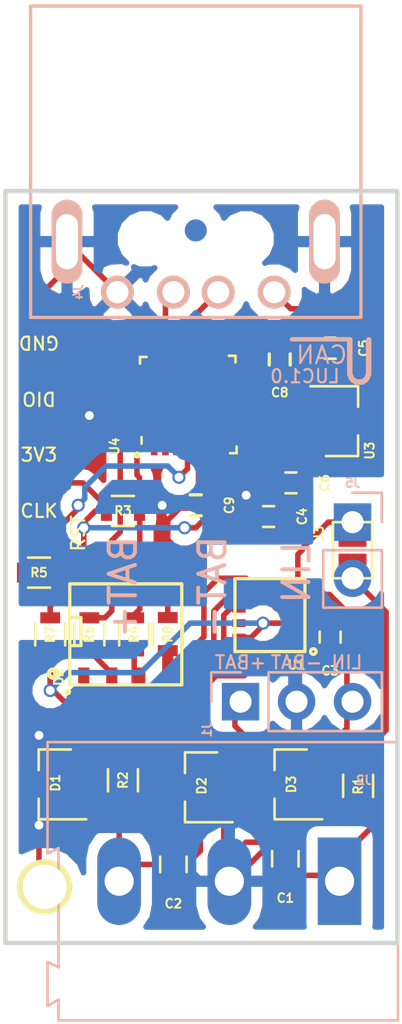
<source format=kicad_pcb>
(kicad_pcb (version 4) (host pcbnew 4.0.7)

  (general
    (links 84)
    (no_connects 7)
    (area 140.121999 78.203999 158.102001 112.440001)
    (thickness 1.6)
    (drawings 20)
    (tracks 272)
    (zones 0)
    (modules 32)
    (nets 39)
  )

  (page A4)
  (layers
    (0 F.Cu signal)
    (31 B.Cu signal)
    (32 B.Adhes user)
    (33 F.Adhes user)
    (34 B.Paste user)
    (35 F.Paste user)
    (36 B.SilkS user)
    (37 F.SilkS user)
    (38 B.Mask user)
    (39 F.Mask user)
    (40 Dwgs.User user)
    (41 Cmts.User user)
    (42 Eco1.User user)
    (43 Eco2.User user hide)
    (44 Edge.Cuts user)
    (45 Margin user)
    (46 B.CrtYd user hide)
    (47 F.CrtYd user)
    (48 B.Fab user hide)
    (49 F.Fab user hide)
  )

  (setup
    (last_trace_width 0.25)
    (user_trace_width 0.5)
    (user_trace_width 0.75)
    (user_trace_width 1)
    (user_trace_width 1.5)
    (user_trace_width 2)
    (trace_clearance 0.2)
    (zone_clearance 0.5)
    (zone_45_only yes)
    (trace_min 0.2)
    (segment_width 0.2)
    (edge_width 0.2)
    (via_size 0.6)
    (via_drill 0.4)
    (via_min_size 0.4)
    (via_min_drill 0.3)
    (user_via 0.86 0.45)
    (uvia_size 0.3)
    (uvia_drill 0.1)
    (uvias_allowed no)
    (uvia_min_size 0.2)
    (uvia_min_drill 0.1)
    (pcb_text_width 0.3)
    (pcb_text_size 1.5 1.5)
    (mod_edge_width 0.15)
    (mod_text_size 0.4 0.4)
    (mod_text_width 0.09)
    (pad_size 2.5 2.5)
    (pad_drill 2)
    (pad_to_mask_clearance 0.2)
    (aux_axis_origin 154.7 109.8)
    (grid_origin 154.7 109.8)
    (visible_elements 7FFEDF7F)
    (pcbplotparams
      (layerselection 0x3ffff_80000001)
      (usegerberextensions true)
      (excludeedgelayer true)
      (linewidth 0.100000)
      (plotframeref false)
      (viasonmask false)
      (mode 1)
      (useauxorigin false)
      (hpglpennumber 1)
      (hpglpenspeed 20)
      (hpglpendiameter 15)
      (hpglpenoverlay 2)
      (psnegative false)
      (psa4output false)
      (plotreference true)
      (plotvalue true)
      (plotinvisibletext false)
      (padsonsilk false)
      (subtractmaskfromsilk false)
      (outputformat 1)
      (mirror false)
      (drillshape 0)
      (scaleselection 1)
      (outputdirectory Gerber/))
  )

  (net 0 "")
  (net 1 GND)
  (net 2 +3V3)
  (net 3 SW_CLK)
  (net 4 SW_DIO)
  (net 5 /USART_TX)
  (net 6 /USART_RX)
  (net 7 "Net-(P2-Pad5)")
  (net 8 +5V)
  (net 9 -BATT)
  (net 10 "Net-(C1-Pad1)")
  (net 11 "Net-(C2-Pad1)")
  (net 12 "Net-(J3-Pad2)")
  (net 13 /USB_DM)
  (net 14 /USB_DP)
  (net 15 +BATT)
  (net 16 "Net-(D1-Pad1)")
  (net 17 "Net-(U4-Pad1)")
  (net 18 "Net-(U4-Pad7)")
  (net 19 "Net-(U4-Pad14)")
  (net 20 "Net-(U4-Pad15)")
  (net 21 +3.3VA)
  (net 22 "Net-(R4-Pad1)")
  (net 23 "Net-(R6-Pad1)")
  (net 24 "Net-(U4-Pad8)")
  (net 25 "Net-(D3-Pad2)")
  (net 26 "Net-(U1-Pad7)")
  (net 27 "Net-(U4-Pad2)")
  (net 28 "Net-(U4-Pad3)")
  (net 29 "Net-(U4-Pad6)")
  (net 30 "Net-(U4-Pad9)")
  (net 31 "Net-(U4-Pad10)")
  (net 32 "Net-(U4-Pad11)")
  (net 33 "Net-(U4-Pad12)")
  (net 34 "Net-(U4-Pad13)")
  (net 35 "Net-(U4-Pad23)")
  (net 36 "Net-(U4-Pad24)")
  (net 37 "Net-(U4-Pad25)")
  (net 38 "Net-(U4-Pad26)")

  (net_class Default "This is the default net class."
    (clearance 0.2)
    (trace_width 0.25)
    (via_dia 0.6)
    (via_drill 0.4)
    (uvia_dia 0.3)
    (uvia_drill 0.1)
    (add_net +3.3VA)
    (add_net +3V3)
    (add_net +5V)
    (add_net +BATT)
    (add_net -BATT)
    (add_net /USART_RX)
    (add_net /USART_TX)
    (add_net /USB_DM)
    (add_net /USB_DP)
    (add_net GND)
    (add_net "Net-(C1-Pad1)")
    (add_net "Net-(C2-Pad1)")
    (add_net "Net-(D1-Pad1)")
    (add_net "Net-(D3-Pad2)")
    (add_net "Net-(J3-Pad2)")
    (add_net "Net-(P2-Pad5)")
    (add_net "Net-(R4-Pad1)")
    (add_net "Net-(R6-Pad1)")
    (add_net "Net-(U1-Pad7)")
    (add_net "Net-(U4-Pad1)")
    (add_net "Net-(U4-Pad10)")
    (add_net "Net-(U4-Pad11)")
    (add_net "Net-(U4-Pad12)")
    (add_net "Net-(U4-Pad13)")
    (add_net "Net-(U4-Pad14)")
    (add_net "Net-(U4-Pad15)")
    (add_net "Net-(U4-Pad2)")
    (add_net "Net-(U4-Pad23)")
    (add_net "Net-(U4-Pad24)")
    (add_net "Net-(U4-Pad25)")
    (add_net "Net-(U4-Pad26)")
    (add_net "Net-(U4-Pad3)")
    (add_net "Net-(U4-Pad6)")
    (add_net "Net-(U4-Pad7)")
    (add_net "Net-(U4-Pad8)")
    (add_net "Net-(U4-Pad9)")
    (add_net SW_CLK)
    (add_net SW_DIO)
  )

  (net_class Motor ""
    (clearance 0.2)
    (trace_width 0.5)
    (via_dia 0.6)
    (via_drill 0.4)
    (uvia_dia 0.3)
    (uvia_drill 0.1)
  )

  (module Capacitors_SMD:C_0402 (layer F.Cu) (tedit 580DFC9D) (tstamp 57FB901B)
    (at 152.668 85.924 270)
    (descr "Capacitor SMD 0402, reflow soldering, AVX (see smccp.pdf)")
    (tags "capacitor 0402")
    (path /5706EB05)
    (attr smd)
    (fp_text reference C8 (at 1.5 0 540) (layer F.SilkS)
      (effects (font (size 0.4 0.4) (thickness 0.09)))
    )
    (fp_text value 10n (at 0 1.7 270) (layer F.Fab) hide
      (effects (font (size 0.4 0.4) (thickness 0.09)))
    )
    (fp_line (start -0.5 0.25) (end -0.5 -0.25) (layer F.Fab) (width 0.15))
    (fp_line (start 0.5 0.25) (end -0.5 0.25) (layer F.Fab) (width 0.15))
    (fp_line (start 0.5 -0.25) (end 0.5 0.25) (layer F.Fab) (width 0.15))
    (fp_line (start -0.5 -0.25) (end 0.5 -0.25) (layer F.Fab) (width 0.15))
    (fp_line (start -1.15 -0.6) (end 1.15 -0.6) (layer F.CrtYd) (width 0.05))
    (fp_line (start -1.15 0.6) (end 1.15 0.6) (layer F.CrtYd) (width 0.05))
    (fp_line (start -1.15 -0.6) (end -1.15 0.6) (layer F.CrtYd) (width 0.05))
    (fp_line (start 1.15 -0.6) (end 1.15 0.6) (layer F.CrtYd) (width 0.05))
    (fp_line (start 0.25 -0.475) (end -0.25 -0.475) (layer F.SilkS) (width 0.15))
    (fp_line (start -0.25 0.475) (end 0.25 0.475) (layer F.SilkS) (width 0.15))
    (pad 1 smd rect (at -0.55 0 270) (size 0.6 0.5) (layers F.Cu F.Paste F.Mask)
      (net 2 +3V3))
    (pad 2 smd rect (at 0.55 0 270) (size 0.6 0.5) (layers F.Cu F.Paste F.Mask)
      (net 1 GND))
    (model Capacitors_SMD.3dshapes/C_0402.wrl
      (at (xyz 0 0 0))
      (scale (xyz 1 1 1))
      (rotate (xyz 0 0 0))
    )
  )

  (module Capacitors_SMD:C_0402 (layer F.Cu) (tedit 580DF52B) (tstamp 57FB902A)
    (at 148.858 92.528 180)
    (descr "Capacitor SMD 0402, reflow soldering, AVX (see smccp.pdf)")
    (tags "capacitor 0402")
    (path /5706ED0B)
    (attr smd)
    (fp_text reference C9 (at -1.524 0 270) (layer F.SilkS)
      (effects (font (size 0.4 0.4) (thickness 0.09)))
    )
    (fp_text value 100n (at 0 1.7 180) (layer F.Fab) hide
      (effects (font (size 0.4 0.4) (thickness 0.09)))
    )
    (fp_line (start -0.5 0.25) (end -0.5 -0.25) (layer F.Fab) (width 0.15))
    (fp_line (start 0.5 0.25) (end -0.5 0.25) (layer F.Fab) (width 0.15))
    (fp_line (start 0.5 -0.25) (end 0.5 0.25) (layer F.Fab) (width 0.15))
    (fp_line (start -0.5 -0.25) (end 0.5 -0.25) (layer F.Fab) (width 0.15))
    (fp_line (start -1.15 -0.6) (end 1.15 -0.6) (layer F.CrtYd) (width 0.05))
    (fp_line (start -1.15 0.6) (end 1.15 0.6) (layer F.CrtYd) (width 0.05))
    (fp_line (start -1.15 -0.6) (end -1.15 0.6) (layer F.CrtYd) (width 0.05))
    (fp_line (start 1.15 -0.6) (end 1.15 0.6) (layer F.CrtYd) (width 0.05))
    (fp_line (start 0.25 -0.475) (end -0.25 -0.475) (layer F.SilkS) (width 0.15))
    (fp_line (start -0.25 0.475) (end 0.25 0.475) (layer F.SilkS) (width 0.15))
    (pad 1 smd rect (at -0.55 0 180) (size 0.6 0.5) (layers F.Cu F.Paste F.Mask)
      (net 2 +3V3))
    (pad 2 smd rect (at 0.55 0 180) (size 0.6 0.5) (layers F.Cu F.Paste F.Mask)
      (net 1 GND))
    (model Capacitors_SMD.3dshapes/C_0402.wrl
      (at (xyz 0 0 0))
      (scale (xyz 1 1 1))
      (rotate (xyz 0 0 0))
    )
  )

  (module Fiducials:Fiducial_1mm_Dia_2.54mm_Outer_CopperTop (layer B.Cu) (tedit 5811A043) (tstamp 5811A185)
    (at 148.858 80.082)
    (descr "Circular Fiducial, 1mm bare copper top; 2.54mm keepout")
    (tags marker)
    (path /5811B03C)
    (attr virtual)
    (fp_text reference f1 (at 3.4 -0.7) (layer B.SilkS) hide
      (effects (font (size 0.4 0.4) (thickness 0.09)) (justify mirror))
    )
    (fp_text value fiducial (at 0 1.8) (layer B.Fab) hide
      (effects (font (size 0.4 0.4) (thickness 0.09)) (justify mirror))
    )
    (fp_circle (center 0 0) (end 1.55 0) (layer B.CrtYd) (width 0.05))
    (pad ~ smd circle (at 0 0) (size 1 1) (layers B.Cu B.Mask)
      (solder_mask_margin 0.77) (clearance 0.77))
  )

  (module Fiducials:Fiducial_1mm_Dia_2.54mm_Outer_CopperTop (layer F.Cu) (tedit 5811A046) (tstamp 5811A18B)
    (at 148.858 80.082)
    (descr "Circular Fiducial, 1mm bare copper top; 2.54mm keepout")
    (tags marker)
    (path /5811B0A8)
    (attr virtual)
    (fp_text reference f2 (at 3.4 0.7) (layer F.SilkS) hide
      (effects (font (size 0.4 0.4) (thickness 0.09)))
    )
    (fp_text value fiducial (at 0 -1.8) (layer F.Fab) hide
      (effects (font (size 0.4 0.4) (thickness 0.09)))
    )
    (fp_circle (center 0 0) (end 1.55 0) (layer F.CrtYd) (width 0.05))
    (pad ~ smd circle (at 0 0) (size 1 1) (layers F.Cu F.Mask)
      (solder_mask_margin 0.77) (clearance 0.77))
  )

  (module usb_ccb_custom:1pin (layer F.Cu) (tedit 5A6B9E5F) (tstamp 587AA2A1)
    (at 142 109.8)
    (descr "module 1 pin (ou trou mecanique de percage)")
    (tags DEV)
    (path /5811B18F)
    (fp_text reference mh1 (at -0.762 -2.54) (layer F.SilkS) hide
      (effects (font (size 0.4 0.4) (thickness 0.09)))
    )
    (fp_text value fiducial (at 1.27 2.54) (layer F.Fab) hide
      (effects (font (size 0.4 0.4) (thickness 0.09)))
    )
    (pad 1 thru_hole circle (at 0 0) (size 2.5 2.5) (drill 2) (layers *.Cu *.Mask F.SilkS))
  )

  (module Capacitors_SMD:C_0402 (layer F.Cu) (tedit 5415D599) (tstamp 58A24030)
    (at 154.954 98.497 270)
    (descr "Capacitor SMD 0402, reflow soldering, AVX (see smccp.pdf)")
    (tags "capacitor 0402")
    (path /5A6A648D)
    (attr smd)
    (fp_text reference C3 (at 1.524 0 540) (layer F.SilkS)
      (effects (font (size 0.4 0.4) (thickness 0.09)))
    )
    (fp_text value 100n (at 0 1.7 270) (layer F.Fab)
      (effects (font (size 0.4 0.4) (thickness 0.09)))
    )
    (fp_line (start -0.5 0.25) (end -0.5 -0.25) (layer F.Fab) (width 0.1))
    (fp_line (start 0.5 0.25) (end -0.5 0.25) (layer F.Fab) (width 0.1))
    (fp_line (start 0.5 -0.25) (end 0.5 0.25) (layer F.Fab) (width 0.1))
    (fp_line (start -0.5 -0.25) (end 0.5 -0.25) (layer F.Fab) (width 0.1))
    (fp_line (start -1.15 -0.6) (end 1.15 -0.6) (layer F.CrtYd) (width 0.05))
    (fp_line (start -1.15 0.6) (end 1.15 0.6) (layer F.CrtYd) (width 0.05))
    (fp_line (start -1.15 -0.6) (end -1.15 0.6) (layer F.CrtYd) (width 0.05))
    (fp_line (start 1.15 -0.6) (end 1.15 0.6) (layer F.CrtYd) (width 0.05))
    (fp_line (start 0.25 -0.475) (end -0.25 -0.475) (layer F.SilkS) (width 0.12))
    (fp_line (start -0.25 0.475) (end 0.25 0.475) (layer F.SilkS) (width 0.12))
    (pad 1 smd rect (at -0.55 0 270) (size 0.6 0.5) (layers F.Cu F.Paste F.Mask)
      (net 9 -BATT))
    (pad 2 smd rect (at 0.55 0 270) (size 0.6 0.5) (layers F.Cu F.Paste F.Mask)
      (net 21 +3.3VA))
    (model Capacitors_SMD.3dshapes/C_0402.wrl
      (at (xyz 0 0 0))
      (scale (xyz 1 1 1))
      (rotate (xyz 0 0 0))
    )
  )

  (module Capacitors_SMD:C_0402 (layer F.Cu) (tedit 5415D599) (tstamp 58A24040)
    (at 154.954 85.416 180)
    (descr "Capacitor SMD 0402, reflow soldering, AVX (see smccp.pdf)")
    (tags "capacitor 0402")
    (path /5A6A5F1C)
    (attr smd)
    (fp_text reference C5 (at -1.524 0 270) (layer F.SilkS)
      (effects (font (size 0.4 0.4) (thickness 0.09)))
    )
    (fp_text value 100n (at 0 1.7 180) (layer F.Fab)
      (effects (font (size 0.4 0.4) (thickness 0.09)))
    )
    (fp_line (start -0.5 0.25) (end -0.5 -0.25) (layer F.Fab) (width 0.1))
    (fp_line (start 0.5 0.25) (end -0.5 0.25) (layer F.Fab) (width 0.1))
    (fp_line (start 0.5 -0.25) (end 0.5 0.25) (layer F.Fab) (width 0.1))
    (fp_line (start -0.5 -0.25) (end 0.5 -0.25) (layer F.Fab) (width 0.1))
    (fp_line (start -1.15 -0.6) (end 1.15 -0.6) (layer F.CrtYd) (width 0.05))
    (fp_line (start -1.15 0.6) (end 1.15 0.6) (layer F.CrtYd) (width 0.05))
    (fp_line (start -1.15 -0.6) (end -1.15 0.6) (layer F.CrtYd) (width 0.05))
    (fp_line (start 1.15 -0.6) (end 1.15 0.6) (layer F.CrtYd) (width 0.05))
    (fp_line (start 0.25 -0.475) (end -0.25 -0.475) (layer F.SilkS) (width 0.12))
    (fp_line (start -0.25 0.475) (end 0.25 0.475) (layer F.SilkS) (width 0.12))
    (pad 1 smd rect (at -0.55 0 180) (size 0.6 0.5) (layers F.Cu F.Paste F.Mask)
      (net 8 +5V))
    (pad 2 smd rect (at 0.55 0 180) (size 0.6 0.5) (layers F.Cu F.Paste F.Mask)
      (net 1 GND))
    (model Capacitors_SMD.3dshapes/C_0402.wrl
      (at (xyz 0 0 0))
      (scale (xyz 1 1 1))
      (rotate (xyz 0 0 0))
    )
  )

  (module Capacitors_SMD:C_0603 (layer F.Cu) (tedit 59958EE7) (tstamp 5A6A6017)
    (at 152.922 108.53 90)
    (descr "Capacitor SMD 0603, reflow soldering, AVX (see smccp.pdf)")
    (tags "capacitor 0603")
    (path /5A6A50B5)
    (attr smd)
    (fp_text reference C1 (at -1.778 0 180) (layer F.SilkS)
      (effects (font (size 0.4 0.4) (thickness 0.09)))
    )
    (fp_text value 220p (at 0 1.5 90) (layer F.Fab)
      (effects (font (size 0.4 0.4) (thickness 0.09)))
    )
    (fp_line (start 1.4 0.65) (end -1.4 0.65) (layer F.CrtYd) (width 0.05))
    (fp_line (start 1.4 0.65) (end 1.4 -0.65) (layer F.CrtYd) (width 0.05))
    (fp_line (start -1.4 -0.65) (end -1.4 0.65) (layer F.CrtYd) (width 0.05))
    (fp_line (start -1.4 -0.65) (end 1.4 -0.65) (layer F.CrtYd) (width 0.05))
    (fp_line (start 0.35 0.6) (end -0.35 0.6) (layer F.SilkS) (width 0.12))
    (fp_line (start -0.35 -0.6) (end 0.35 -0.6) (layer F.SilkS) (width 0.12))
    (fp_line (start -0.8 -0.4) (end 0.8 -0.4) (layer F.Fab) (width 0.1))
    (fp_line (start 0.8 -0.4) (end 0.8 0.4) (layer F.Fab) (width 0.1))
    (fp_line (start 0.8 0.4) (end -0.8 0.4) (layer F.Fab) (width 0.1))
    (fp_line (start -0.8 0.4) (end -0.8 -0.4) (layer F.Fab) (width 0.1))
    (fp_text user %R (at 0 0 90) (layer F.Fab)
      (effects (font (size 0.4 0.4) (thickness 0.09)))
    )
    (pad 2 smd rect (at 0.75 0 90) (size 0.8 0.75) (layers F.Cu F.Paste F.Mask)
      (net 9 -BATT))
    (pad 1 smd rect (at -0.75 0 90) (size 0.8 0.75) (layers F.Cu F.Paste F.Mask)
      (net 10 "Net-(C1-Pad1)"))
    (model Capacitors_SMD.3dshapes/C_0603.wrl
      (at (xyz 0 0 0))
      (scale (xyz 1 1 1))
      (rotate (xyz 0 0 0))
    )
  )

  (module Capacitors_SMD:C_0603 (layer F.Cu) (tedit 59958EE7) (tstamp 5A6A6027)
    (at 147.842 108.784 270)
    (descr "Capacitor SMD 0603, reflow soldering, AVX (see smccp.pdf)")
    (tags "capacitor 0603")
    (path /5A6A299B)
    (attr smd)
    (fp_text reference C2 (at 1.778 0 360) (layer F.SilkS)
      (effects (font (size 0.4 0.4) (thickness 0.09)))
    )
    (fp_text value 1u (at 0 1.5 270) (layer F.Fab)
      (effects (font (size 0.4 0.4) (thickness 0.09)))
    )
    (fp_line (start 1.4 0.65) (end -1.4 0.65) (layer F.CrtYd) (width 0.05))
    (fp_line (start 1.4 0.65) (end 1.4 -0.65) (layer F.CrtYd) (width 0.05))
    (fp_line (start -1.4 -0.65) (end -1.4 0.65) (layer F.CrtYd) (width 0.05))
    (fp_line (start -1.4 -0.65) (end 1.4 -0.65) (layer F.CrtYd) (width 0.05))
    (fp_line (start 0.35 0.6) (end -0.35 0.6) (layer F.SilkS) (width 0.12))
    (fp_line (start -0.35 -0.6) (end 0.35 -0.6) (layer F.SilkS) (width 0.12))
    (fp_line (start -0.8 -0.4) (end 0.8 -0.4) (layer F.Fab) (width 0.1))
    (fp_line (start 0.8 -0.4) (end 0.8 0.4) (layer F.Fab) (width 0.1))
    (fp_line (start 0.8 0.4) (end -0.8 0.4) (layer F.Fab) (width 0.1))
    (fp_line (start -0.8 0.4) (end -0.8 -0.4) (layer F.Fab) (width 0.1))
    (fp_text user %R (at 0 0 270) (layer F.Fab)
      (effects (font (size 0.4 0.4) (thickness 0.09)))
    )
    (pad 2 smd rect (at 0.75 0 270) (size 0.8 0.75) (layers F.Cu F.Paste F.Mask)
      (net 9 -BATT))
    (pad 1 smd rect (at -0.75 0 270) (size 0.8 0.75) (layers F.Cu F.Paste F.Mask)
      (net 11 "Net-(C2-Pad1)"))
    (model Capacitors_SMD.3dshapes/C_0603.wrl
      (at (xyz 0 0 0))
      (scale (xyz 1 1 1))
      (rotate (xyz 0 0 0))
    )
  )

  (module Capacitors_SMD:C_0402 (layer F.Cu) (tedit 58AA841A) (tstamp 5A6A6037)
    (at 152.16 93.036 180)
    (descr "Capacitor SMD 0402, reflow soldering, AVX (see smccp.pdf)")
    (tags "capacitor 0402")
    (path /5A6A716B)
    (attr smd)
    (fp_text reference C4 (at -1.524 0 270) (layer F.SilkS)
      (effects (font (size 0.4 0.4) (thickness 0.09)))
    )
    (fp_text value 100n (at 0 1.27 180) (layer F.Fab)
      (effects (font (size 0.4 0.4) (thickness 0.09)))
    )
    (fp_text user %R (at 0 -1.27 180) (layer F.Fab)
      (effects (font (size 0.4 0.4) (thickness 0.09)))
    )
    (fp_line (start -0.5 0.25) (end -0.5 -0.25) (layer F.Fab) (width 0.1))
    (fp_line (start 0.5 0.25) (end -0.5 0.25) (layer F.Fab) (width 0.1))
    (fp_line (start 0.5 -0.25) (end 0.5 0.25) (layer F.Fab) (width 0.1))
    (fp_line (start -0.5 -0.25) (end 0.5 -0.25) (layer F.Fab) (width 0.1))
    (fp_line (start 0.25 -0.47) (end -0.25 -0.47) (layer F.SilkS) (width 0.12))
    (fp_line (start -0.25 0.47) (end 0.25 0.47) (layer F.SilkS) (width 0.12))
    (fp_line (start -1 -0.4) (end 1 -0.4) (layer F.CrtYd) (width 0.05))
    (fp_line (start -1 -0.4) (end -1 0.4) (layer F.CrtYd) (width 0.05))
    (fp_line (start 1 0.4) (end 1 -0.4) (layer F.CrtYd) (width 0.05))
    (fp_line (start 1 0.4) (end -1 0.4) (layer F.CrtYd) (width 0.05))
    (pad 1 smd rect (at -0.55 0 180) (size 0.6 0.5) (layers F.Cu F.Paste F.Mask)
      (net 2 +3V3))
    (pad 2 smd rect (at 0.55 0 180) (size 0.6 0.5) (layers F.Cu F.Paste F.Mask)
      (net 1 GND))
    (model Capacitors_SMD.3dshapes/C_0402.wrl
      (at (xyz 0 0 0))
      (scale (xyz 1 1 1))
      (rotate (xyz 0 0 0))
    )
  )

  (module Capacitors_SMD:C_0402 (layer F.Cu) (tedit 58AA841A) (tstamp 5A6A6057)
    (at 153.176 91.512 180)
    (descr "Capacitor SMD 0402, reflow soldering, AVX (see smccp.pdf)")
    (tags "capacitor 0402")
    (path /5A6A6053)
    (attr smd)
    (fp_text reference C6 (at -1.524 0 450) (layer F.SilkS)
      (effects (font (size 0.4 0.4) (thickness 0.09)))
    )
    (fp_text value 100n (at 0 1.27 180) (layer F.Fab)
      (effects (font (size 0.4 0.4) (thickness 0.09)))
    )
    (fp_text user %R (at 0 -1.27 180) (layer F.Fab)
      (effects (font (size 0.4 0.4) (thickness 0.09)))
    )
    (fp_line (start -0.5 0.25) (end -0.5 -0.25) (layer F.Fab) (width 0.1))
    (fp_line (start 0.5 0.25) (end -0.5 0.25) (layer F.Fab) (width 0.1))
    (fp_line (start 0.5 -0.25) (end 0.5 0.25) (layer F.Fab) (width 0.1))
    (fp_line (start -0.5 -0.25) (end 0.5 -0.25) (layer F.Fab) (width 0.1))
    (fp_line (start 0.25 -0.47) (end -0.25 -0.47) (layer F.SilkS) (width 0.12))
    (fp_line (start -0.25 0.47) (end 0.25 0.47) (layer F.SilkS) (width 0.12))
    (fp_line (start -1 -0.4) (end 1 -0.4) (layer F.CrtYd) (width 0.05))
    (fp_line (start -1 -0.4) (end -1 0.4) (layer F.CrtYd) (width 0.05))
    (fp_line (start 1 0.4) (end 1 -0.4) (layer F.CrtYd) (width 0.05))
    (fp_line (start 1 0.4) (end -1 0.4) (layer F.CrtYd) (width 0.05))
    (pad 1 smd rect (at -0.55 0 180) (size 0.6 0.5) (layers F.Cu F.Paste F.Mask)
      (net 2 +3V3))
    (pad 2 smd rect (at 0.55 0 180) (size 0.6 0.5) (layers F.Cu F.Paste F.Mask)
      (net 1 GND))
    (model Capacitors_SMD.3dshapes/C_0402.wrl
      (at (xyz 0 0 0))
      (scale (xyz 1 1 1))
      (rotate (xyz 0 0 0))
    )
  )

  (module Connectors:GS2 (layer F.Cu) (tedit 586134A1) (tstamp 5A6A6065)
    (at 155.97 94.56)
    (descr "2-pin solder bridge")
    (tags "solder bridge")
    (path /5A6A6626)
    (attr smd)
    (fp_text reference J3 (at -1.524 -0.762 90) (layer F.SilkS)
      (effects (font (size 0.4 0.4) (thickness 0.09)))
    )
    (fp_text value GS2 (at -1.8 0 90) (layer F.Fab)
      (effects (font (size 0.4 0.4) (thickness 0.09)))
    )
    (fp_line (start 1.1 -1.45) (end 1.1 1.5) (layer F.CrtYd) (width 0.05))
    (fp_line (start 1.1 1.5) (end -1.1 1.5) (layer F.CrtYd) (width 0.05))
    (fp_line (start -1.1 1.5) (end -1.1 -1.45) (layer F.CrtYd) (width 0.05))
    (fp_line (start -1.1 -1.45) (end 1.1 -1.45) (layer F.CrtYd) (width 0.05))
    (fp_line (start -0.89 -1.27) (end -0.89 1.27) (layer F.SilkS) (width 0.12))
    (fp_line (start 0.89 1.27) (end 0.89 -1.27) (layer F.SilkS) (width 0.12))
    (fp_line (start 0.89 1.27) (end -0.89 1.27) (layer F.SilkS) (width 0.12))
    (fp_line (start -0.89 -1.27) (end 0.89 -1.27) (layer F.SilkS) (width 0.12))
    (pad 1 smd rect (at 0 -0.64) (size 1.27 0.97) (layers F.Cu F.Paste F.Mask)
      (net 10 "Net-(C1-Pad1)"))
    (pad 2 smd rect (at 0 0.64) (size 1.27 0.97) (layers F.Cu F.Paste F.Mask)
      (net 12 "Net-(J3-Pad2)"))
  )

  (module Resistors_SMD:R_0603 (layer F.Cu) (tedit 58E0A804) (tstamp 5A6A60B3)
    (at 156.224 105.228 270)
    (descr "Resistor SMD 0603, reflow soldering, Vishay (see dcrcw.pdf)")
    (tags "resistor 0603")
    (path /5A6A528A)
    (attr smd)
    (fp_text reference R1 (at 0 0 270) (layer F.SilkS)
      (effects (font (size 0.4 0.4) (thickness 0.09)))
    )
    (fp_text value 1k (at 0 1.5 270) (layer F.Fab)
      (effects (font (size 0.4 0.4) (thickness 0.09)))
    )
    (fp_text user %R (at 0 0 270) (layer F.Fab)
      (effects (font (size 0.4 0.4) (thickness 0.09)))
    )
    (fp_line (start -0.8 0.4) (end -0.8 -0.4) (layer F.Fab) (width 0.1))
    (fp_line (start 0.8 0.4) (end -0.8 0.4) (layer F.Fab) (width 0.1))
    (fp_line (start 0.8 -0.4) (end 0.8 0.4) (layer F.Fab) (width 0.1))
    (fp_line (start -0.8 -0.4) (end 0.8 -0.4) (layer F.Fab) (width 0.1))
    (fp_line (start 0.5 0.68) (end -0.5 0.68) (layer F.SilkS) (width 0.12))
    (fp_line (start -0.5 -0.68) (end 0.5 -0.68) (layer F.SilkS) (width 0.12))
    (fp_line (start -1.25 -0.7) (end 1.25 -0.7) (layer F.CrtYd) (width 0.05))
    (fp_line (start -1.25 -0.7) (end -1.25 0.7) (layer F.CrtYd) (width 0.05))
    (fp_line (start 1.25 0.7) (end 1.25 -0.7) (layer F.CrtYd) (width 0.05))
    (fp_line (start 1.25 0.7) (end -1.25 0.7) (layer F.CrtYd) (width 0.05))
    (pad 1 smd rect (at -0.75 0 270) (size 0.5 0.9) (layers F.Cu F.Paste F.Mask)
      (net 12 "Net-(J3-Pad2)"))
    (pad 2 smd rect (at 0.75 0 270) (size 0.5 0.9) (layers F.Cu F.Paste F.Mask)
      (net 25 "Net-(D3-Pad2)"))
    (model ${KISYS3DMOD}/Resistors_SMD.3dshapes/R_0603.wrl
      (at (xyz 0 0 0))
      (scale (xyz 1 1 1))
      (rotate (xyz 0 0 0))
    )
  )

  (module Resistors_SMD:R_0603 (layer F.Cu) (tedit 58E0A804) (tstamp 5A6A60C4)
    (at 145.556 104.974 270)
    (descr "Resistor SMD 0603, reflow soldering, Vishay (see dcrcw.pdf)")
    (tags "resistor 0603")
    (path /5A6A241B)
    (attr smd)
    (fp_text reference R2 (at 0 0 270) (layer F.SilkS)
      (effects (font (size 0.4 0.4) (thickness 0.09)))
    )
    (fp_text value 50 (at 0 1.5 270) (layer F.Fab)
      (effects (font (size 0.4 0.4) (thickness 0.09)))
    )
    (fp_text user %R (at 0 0 270) (layer F.Fab)
      (effects (font (size 0.4 0.4) (thickness 0.09)))
    )
    (fp_line (start -0.8 0.4) (end -0.8 -0.4) (layer F.Fab) (width 0.1))
    (fp_line (start 0.8 0.4) (end -0.8 0.4) (layer F.Fab) (width 0.1))
    (fp_line (start 0.8 -0.4) (end 0.8 0.4) (layer F.Fab) (width 0.1))
    (fp_line (start -0.8 -0.4) (end 0.8 -0.4) (layer F.Fab) (width 0.1))
    (fp_line (start 0.5 0.68) (end -0.5 0.68) (layer F.SilkS) (width 0.12))
    (fp_line (start -0.5 -0.68) (end 0.5 -0.68) (layer F.SilkS) (width 0.12))
    (fp_line (start -1.25 -0.7) (end 1.25 -0.7) (layer F.CrtYd) (width 0.05))
    (fp_line (start -1.25 -0.7) (end -1.25 0.7) (layer F.CrtYd) (width 0.05))
    (fp_line (start 1.25 0.7) (end 1.25 -0.7) (layer F.CrtYd) (width 0.05))
    (fp_line (start 1.25 0.7) (end -1.25 0.7) (layer F.CrtYd) (width 0.05))
    (pad 1 smd rect (at -0.75 0 270) (size 0.5 0.9) (layers F.Cu F.Paste F.Mask)
      (net 11 "Net-(C2-Pad1)"))
    (pad 2 smd rect (at 0.75 0 270) (size 0.5 0.9) (layers F.Cu F.Paste F.Mask)
      (net 16 "Net-(D1-Pad1)"))
    (model ${KISYS3DMOD}/Resistors_SMD.3dshapes/R_0603.wrl
      (at (xyz 0 0 0))
      (scale (xyz 1 1 1))
      (rotate (xyz 0 0 0))
    )
  )

  (module Resistors_SMD:R_0603 (layer F.Cu) (tedit 58E0A804) (tstamp 5A6A60D5)
    (at 145.556 92.782 180)
    (descr "Resistor SMD 0603, reflow soldering, Vishay (see dcrcw.pdf)")
    (tags "resistor 0603")
    (path /5A6A45DF)
    (attr smd)
    (fp_text reference R3 (at 0 0 180) (layer F.SilkS)
      (effects (font (size 0.4 0.4) (thickness 0.09)))
    )
    (fp_text value 10k (at 0 1.5 180) (layer F.Fab)
      (effects (font (size 0.4 0.4) (thickness 0.09)))
    )
    (fp_text user %R (at 0 0 180) (layer F.Fab)
      (effects (font (size 0.4 0.4) (thickness 0.09)))
    )
    (fp_line (start -0.8 0.4) (end -0.8 -0.4) (layer F.Fab) (width 0.1))
    (fp_line (start 0.8 0.4) (end -0.8 0.4) (layer F.Fab) (width 0.1))
    (fp_line (start 0.8 -0.4) (end 0.8 0.4) (layer F.Fab) (width 0.1))
    (fp_line (start -0.8 -0.4) (end 0.8 -0.4) (layer F.Fab) (width 0.1))
    (fp_line (start 0.5 0.68) (end -0.5 0.68) (layer F.SilkS) (width 0.12))
    (fp_line (start -0.5 -0.68) (end 0.5 -0.68) (layer F.SilkS) (width 0.12))
    (fp_line (start -1.25 -0.7) (end 1.25 -0.7) (layer F.CrtYd) (width 0.05))
    (fp_line (start -1.25 -0.7) (end -1.25 0.7) (layer F.CrtYd) (width 0.05))
    (fp_line (start 1.25 0.7) (end 1.25 -0.7) (layer F.CrtYd) (width 0.05))
    (fp_line (start 1.25 0.7) (end -1.25 0.7) (layer F.CrtYd) (width 0.05))
    (pad 1 smd rect (at -0.75 0 180) (size 0.5 0.9) (layers F.Cu F.Paste F.Mask)
      (net 6 /USART_RX))
    (pad 2 smd rect (at 0.75 0 180) (size 0.5 0.9) (layers F.Cu F.Paste F.Mask)
      (net 2 +3V3))
    (model ${KISYS3DMOD}/Resistors_SMD.3dshapes/R_0603.wrl
      (at (xyz 0 0 0))
      (scale (xyz 1 1 1))
      (rotate (xyz 0 0 0))
    )
  )

  (module Resistors_SMD:R_0603 (layer F.Cu) (tedit 58E0A804) (tstamp 5A6A60D6)
    (at 141.746 95.576)
    (descr "Resistor SMD 0603, reflow soldering, Vishay (see dcrcw.pdf)")
    (tags "resistor 0603")
    (path /5705676D)
    (attr smd)
    (fp_text reference R5 (at 0 0) (layer F.SilkS)
      (effects (font (size 0.4 0.4) (thickness 0.09)))
    )
    (fp_text value 10k (at 0 1.5) (layer F.Fab)
      (effects (font (size 0.4 0.4) (thickness 0.09)))
    )
    (fp_text user %R (at 0 0) (layer F.Fab)
      (effects (font (size 0.4 0.4) (thickness 0.09)))
    )
    (fp_line (start -0.8 0.4) (end -0.8 -0.4) (layer F.Fab) (width 0.1))
    (fp_line (start 0.8 0.4) (end -0.8 0.4) (layer F.Fab) (width 0.1))
    (fp_line (start 0.8 -0.4) (end 0.8 0.4) (layer F.Fab) (width 0.1))
    (fp_line (start -0.8 -0.4) (end 0.8 -0.4) (layer F.Fab) (width 0.1))
    (fp_line (start 0.5 0.68) (end -0.5 0.68) (layer F.SilkS) (width 0.12))
    (fp_line (start -0.5 -0.68) (end 0.5 -0.68) (layer F.SilkS) (width 0.12))
    (fp_line (start -1.25 -0.7) (end 1.25 -0.7) (layer F.CrtYd) (width 0.05))
    (fp_line (start -1.25 -0.7) (end -1.25 0.7) (layer F.CrtYd) (width 0.05))
    (fp_line (start 1.25 0.7) (end 1.25 -0.7) (layer F.CrtYd) (width 0.05))
    (fp_line (start 1.25 0.7) (end -1.25 0.7) (layer F.CrtYd) (width 0.05))
    (pad 1 smd rect (at -0.75 0) (size 0.5 0.9) (layers F.Cu F.Paste F.Mask)
      (net 7 "Net-(P2-Pad5)"))
    (pad 2 smd rect (at 0.75 0) (size 0.5 0.9) (layers F.Cu F.Paste F.Mask)
      (net 2 +3V3))
    (model ${KISYS3DMOD}/Resistors_SMD.3dshapes/R_0603.wrl
      (at (xyz 0 0 0))
      (scale (xyz 1 1 1))
      (rotate (xyz 0 0 0))
    )
  )

  (module TO_SOT_Packages_SMD:SOT-23 (layer F.Cu) (tedit 58CE4E7E) (tstamp 5A6A6109)
    (at 155.462 88.718)
    (descr "SOT-23, Standard")
    (tags SOT-23)
    (path /5A6A5A4F)
    (attr smd)
    (fp_text reference U3 (at 1.286 1.336 90) (layer F.SilkS)
      (effects (font (size 0.4 0.4) (thickness 0.09)))
    )
    (fp_text value MCP1700T-3302E/TT (at 0 2.5) (layer F.Fab)
      (effects (font (size 0.4 0.4) (thickness 0.09)))
    )
    (fp_text user %R (at 0 0 90) (layer F.Fab)
      (effects (font (size 0.4 0.4) (thickness 0.09)))
    )
    (fp_line (start -0.7 -0.95) (end -0.7 1.5) (layer F.Fab) (width 0.1))
    (fp_line (start -0.15 -1.52) (end 0.7 -1.52) (layer F.Fab) (width 0.1))
    (fp_line (start -0.7 -0.95) (end -0.15 -1.52) (layer F.Fab) (width 0.1))
    (fp_line (start 0.7 -1.52) (end 0.7 1.52) (layer F.Fab) (width 0.1))
    (fp_line (start -0.7 1.52) (end 0.7 1.52) (layer F.Fab) (width 0.1))
    (fp_line (start 0.76 1.58) (end 0.76 0.65) (layer F.SilkS) (width 0.12))
    (fp_line (start 0.76 -1.58) (end 0.76 -0.65) (layer F.SilkS) (width 0.12))
    (fp_line (start -1.7 -1.75) (end 1.7 -1.75) (layer F.CrtYd) (width 0.05))
    (fp_line (start 1.7 -1.75) (end 1.7 1.75) (layer F.CrtYd) (width 0.05))
    (fp_line (start 1.7 1.75) (end -1.7 1.75) (layer F.CrtYd) (width 0.05))
    (fp_line (start -1.7 1.75) (end -1.7 -1.75) (layer F.CrtYd) (width 0.05))
    (fp_line (start 0.76 -1.58) (end -1.4 -1.58) (layer F.SilkS) (width 0.12))
    (fp_line (start 0.76 1.58) (end -0.7 1.58) (layer F.SilkS) (width 0.12))
    (pad 1 smd rect (at -1 -0.95) (size 0.9 0.8) (layers F.Cu F.Paste F.Mask)
      (net 1 GND))
    (pad 2 smd rect (at -1 0.95) (size 0.9 0.8) (layers F.Cu F.Paste F.Mask)
      (net 2 +3V3))
    (pad 3 smd rect (at 1 0) (size 0.9 0.8) (layers F.Cu F.Paste F.Mask)
      (net 8 +5V))
    (model ${KISYS3DMOD}/TO_SOT_Packages_SMD.3dshapes/SOT-23.wrl
      (at (xyz 0 0 0))
      (scale (xyz 1 1 1))
      (rotate (xyz 0 0 0))
    )
  )

  (module Diodes_SMD:D_SOT-23_ANK (layer F.Cu) (tedit 587CCEF9) (tstamp 5A6A6BCF)
    (at 142.492 105.162 180)
    (descr "SOT-23, Single Diode")
    (tags SOT-23)
    (path /5A6A2C4B)
    (attr smd)
    (fp_text reference D1 (at 0 0.066 270) (layer F.SilkS)
      (effects (font (size 0.4 0.4) (thickness 0.09)))
    )
    (fp_text value SMBD914E6327HTSA1 (at 0 2.5 180) (layer F.Fab)
      (effects (font (size 0.4 0.4) (thickness 0.09)))
    )
    (fp_text user %R (at 0 -2.5 180) (layer F.Fab)
      (effects (font (size 0.4 0.4) (thickness 0.09)))
    )
    (fp_line (start -0.15 -0.45) (end -0.4 -0.45) (layer F.Fab) (width 0.1))
    (fp_line (start -0.15 -0.25) (end 0.15 -0.45) (layer F.Fab) (width 0.1))
    (fp_line (start -0.15 -0.65) (end -0.15 -0.25) (layer F.Fab) (width 0.1))
    (fp_line (start 0.15 -0.45) (end -0.15 -0.65) (layer F.Fab) (width 0.1))
    (fp_line (start 0.15 -0.45) (end 0.4 -0.45) (layer F.Fab) (width 0.1))
    (fp_line (start 0.15 -0.65) (end 0.15 -0.25) (layer F.Fab) (width 0.1))
    (fp_line (start 0.76 1.58) (end 0.76 0.65) (layer F.SilkS) (width 0.12))
    (fp_line (start 0.76 -1.58) (end 0.76 -0.65) (layer F.SilkS) (width 0.12))
    (fp_line (start 0.7 -1.52) (end 0.7 1.52) (layer F.Fab) (width 0.1))
    (fp_line (start -0.7 1.52) (end 0.7 1.52) (layer F.Fab) (width 0.1))
    (fp_line (start -1.7 -1.75) (end 1.7 -1.75) (layer F.CrtYd) (width 0.05))
    (fp_line (start 1.7 -1.75) (end 1.7 1.75) (layer F.CrtYd) (width 0.05))
    (fp_line (start 1.7 1.75) (end -1.7 1.75) (layer F.CrtYd) (width 0.05))
    (fp_line (start -1.7 1.75) (end -1.7 -1.75) (layer F.CrtYd) (width 0.05))
    (fp_line (start 0.76 -1.58) (end -1.4 -1.58) (layer F.SilkS) (width 0.12))
    (fp_line (start -0.7 -1.52) (end 0.7 -1.52) (layer F.Fab) (width 0.1))
    (fp_line (start -0.7 -1.52) (end -0.7 1.52) (layer F.Fab) (width 0.1))
    (fp_line (start 0.76 1.58) (end -0.7 1.58) (layer F.SilkS) (width 0.12))
    (pad 2 smd rect (at -1 -0.95 180) (size 0.9 0.8) (layers F.Cu F.Paste F.Mask)
      (net 15 +BATT))
    (pad "" smd rect (at -1 0.95 180) (size 0.9 0.8) (layers F.Cu F.Paste F.Mask))
    (pad 1 smd rect (at 1 0 180) (size 0.9 0.8) (layers F.Cu F.Paste F.Mask)
      (net 16 "Net-(D1-Pad1)"))
    (model ${KISYS3DMOD}/Diodes_SMD.3dshapes/D_SOT-23.wrl
      (at (xyz 0 0 0))
      (scale (xyz 1 1 1))
      (rotate (xyz 0 0 0))
    )
  )

  (module Pin_Headers:Pin_Header_Straight_1x03_Pitch2.54mm (layer B.Cu) (tedit 59650532) (tstamp 5A6A6C00)
    (at 150.89 101.418 270)
    (descr "Through hole straight pin header, 1x03, 2.54mm pitch, single row")
    (tags "Through hole pin header THT 1x03 2.54mm single row")
    (path /5A6A70DB)
    (fp_text reference J1 (at 1.27 1.524 450) (layer B.SilkS)
      (effects (font (size 0.4 0.4) (thickness 0.09)) (justify mirror))
    )
    (fp_text value Conn_01x03 (at 0 -7.41 270) (layer B.Fab)
      (effects (font (size 0.4 0.4) (thickness 0.09)) (justify mirror))
    )
    (fp_line (start -0.635 1.27) (end 1.27 1.27) (layer B.Fab) (width 0.1))
    (fp_line (start 1.27 1.27) (end 1.27 -6.35) (layer B.Fab) (width 0.1))
    (fp_line (start 1.27 -6.35) (end -1.27 -6.35) (layer B.Fab) (width 0.1))
    (fp_line (start -1.27 -6.35) (end -1.27 0.635) (layer B.Fab) (width 0.1))
    (fp_line (start -1.27 0.635) (end -0.635 1.27) (layer B.Fab) (width 0.1))
    (fp_line (start -1.33 -6.41) (end 1.33 -6.41) (layer B.SilkS) (width 0.12))
    (fp_line (start -1.33 -1.27) (end -1.33 -6.41) (layer B.SilkS) (width 0.12))
    (fp_line (start 1.33 -1.27) (end 1.33 -6.41) (layer B.SilkS) (width 0.12))
    (fp_line (start -1.33 -1.27) (end 1.33 -1.27) (layer B.SilkS) (width 0.12))
    (fp_line (start -1.33 0) (end -1.33 1.33) (layer B.SilkS) (width 0.12))
    (fp_line (start -1.33 1.33) (end 0 1.33) (layer B.SilkS) (width 0.12))
    (fp_line (start -1.8 1.8) (end -1.8 -6.85) (layer B.CrtYd) (width 0.05))
    (fp_line (start -1.8 -6.85) (end 1.8 -6.85) (layer B.CrtYd) (width 0.05))
    (fp_line (start 1.8 -6.85) (end 1.8 1.8) (layer B.CrtYd) (width 0.05))
    (fp_line (start 1.8 1.8) (end -1.8 1.8) (layer B.CrtYd) (width 0.05))
    (fp_text user %R (at 0 -2.54 540) (layer B.Fab)
      (effects (font (size 0.4 0.4) (thickness 0.09)) (justify mirror))
    )
    (pad 1 thru_hole rect (at 0 0 270) (size 1.7 1.7) (drill 1) (layers *.Cu *.Mask)
      (net 15 +BATT))
    (pad 2 thru_hole oval (at 0 -2.54 270) (size 1.7 1.7) (drill 1) (layers *.Cu *.Mask)
      (net 9 -BATT))
    (pad 3 thru_hole oval (at 0 -5.08 270) (size 1.7 1.7) (drill 1) (layers *.Cu *.Mask)
      (net 10 "Net-(C1-Pad1)"))
    (model ${KISYS3DMOD}/Pin_Headers.3dshapes/Pin_Header_Straight_1x03_Pitch2.54mm.wrl
      (at (xyz 0 0 0))
      (scale (xyz 1 1 1))
      (rotate (xyz 0 0 0))
    )
  )

  (module Connectors_Terminal_Blocks:TerminalBlock_Altech_AK300-3_P5.00mm (layer B.Cu) (tedit 5A6B9671) (tstamp 5A6A6C83)
    (at 155.382 109.546 180)
    (descr "Altech AK300 terminal block, pitch 5.0mm, 45 degree angled, see http://www.mouser.com/ds/2/16/PCBMETRC-24178.pdf")
    (tags "Altech AK300 terminal block pitch 5.0mm")
    (path /5A6A1EE0)
    (fp_text reference J2 (at -1.096 4.572 180) (layer B.SilkS)
      (effects (font (size 0.4 0.4) (thickness 0.09)) (justify mirror))
    )
    (fp_text value Conn_01x03 (at 4.95 -7.3 180) (layer B.Fab)
      (effects (font (size 0.4 0.4) (thickness 0.09)) (justify mirror))
    )
    (fp_text user %R (at 5 2 180) (layer B.Fab)
      (effects (font (size 0.4 0.4) (thickness 0.09)) (justify mirror))
    )
    (fp_line (start -2.65 6.3) (end -2.65 -6.3) (layer B.SilkS) (width 0.12))
    (fp_line (start -2.65 -6.3) (end 12.75 -6.3) (layer B.SilkS) (width 0.12))
    (fp_line (start 12.75 -6.3) (end 12.75 -5.35) (layer B.SilkS) (width 0.12))
    (fp_line (start 12.75 -5.35) (end 13.25 -5.65) (layer B.SilkS) (width 0.12))
    (fp_line (start 13.25 -5.65) (end 13.25 -3.65) (layer B.SilkS) (width 0.12))
    (fp_line (start 13.25 -3.65) (end 12.75 -3.9) (layer B.SilkS) (width 0.12))
    (fp_line (start 12.75 -3.9) (end 12.75 1.5) (layer B.SilkS) (width 0.12))
    (fp_line (start 12.75 1.5) (end 13.25 1.25) (layer B.SilkS) (width 0.12))
    (fp_line (start 13.25 1.25) (end 13.25 6.3) (layer B.SilkS) (width 0.12))
    (fp_line (start 13.25 6.3) (end -2.65 6.3) (layer B.SilkS) (width 0.12))
    (fp_line (start 12.66 0.65) (end -2.52 0.65) (layer B.Fab) (width 0.1))
    (fp_line (start 8.02 -3.99) (end 8.02 0.26) (layer B.Fab) (width 0.1))
    (fp_line (start 12.09 -6.21) (end 7.58 -6.21) (layer B.Fab) (width 0.1))
    (fp_line (start 7.58 3.19) (end 12.6 3.19) (layer B.Fab) (width 0.1))
    (fp_line (start -2.58 6.23) (end 12.66 6.23) (layer B.Fab) (width 0.1))
    (fp_line (start 8.42 0.26) (end 11.72 0.26) (layer B.Fab) (width 0.1))
    (fp_line (start 8.04 0.26) (end 8.42 0.26) (layer B.Fab) (width 0.1))
    (fp_line (start 12.1 0.26) (end 11.72 0.26) (layer B.Fab) (width 0.1))
    (fp_line (start 8.57 4.33) (end 11.62 4.96) (layer B.Fab) (width 0.1))
    (fp_line (start 8.44 4.46) (end 11.49 5.09) (layer B.Fab) (width 0.1))
    (fp_line (start 12.1 3.44) (end 8.04 3.44) (layer B.Fab) (width 0.1))
    (fp_line (start 12.1 5.98) (end 12.1 3.44) (layer B.Fab) (width 0.1))
    (fp_line (start 8.04 5.98) (end 12.1 5.98) (layer B.Fab) (width 0.1))
    (fp_line (start 8.04 3.44) (end 8.04 5.98) (layer B.Fab) (width 0.1))
    (fp_line (start 12.66 3.19) (end 12.66 1.66) (layer B.Fab) (width 0.1))
    (fp_line (start 12.66 0.65) (end 12.66 -4.05) (layer B.Fab) (width 0.1))
    (fp_line (start 12.66 1.66) (end 12.66 0.65) (layer B.Fab) (width 0.1))
    (fp_line (start 11.72 -0.5) (end 11.34 -0.5) (layer B.Fab) (width 0.1))
    (fp_line (start 8.42 -0.5) (end 8.8 -0.5) (layer B.Fab) (width 0.1))
    (fp_line (start 8.42 -3.67) (end 8.42 -0.5) (layer B.Fab) (width 0.1))
    (fp_line (start 11.72 -3.67) (end 8.42 -3.67) (layer B.Fab) (width 0.1))
    (fp_line (start 11.72 -3.67) (end 11.72 -0.5) (layer B.Fab) (width 0.1))
    (fp_line (start 12.1 -4.31) (end 12.1 -6.21) (layer B.Fab) (width 0.1))
    (fp_line (start 8.04 -4.31) (end 12.1 -4.31) (layer B.Fab) (width 0.1))
    (fp_line (start 12.1 -6.21) (end 12.66 -6.21) (layer B.Fab) (width 0.1))
    (fp_line (start 12.1 0.26) (end 12.1 -4.31) (layer B.Fab) (width 0.1))
    (fp_line (start 8.04 -6.21) (end 8.04 -4.31) (layer B.Fab) (width 0.1))
    (fp_line (start 13.17 -3.8) (end 13.17 -5.45) (layer B.Fab) (width 0.1))
    (fp_line (start 12.66 -4.05) (end 12.66 -5.2) (layer B.Fab) (width 0.1))
    (fp_line (start 13.17 -3.8) (end 12.66 -4.05) (layer B.Fab) (width 0.1))
    (fp_line (start 12.66 -5.2) (end 12.66 -6.21) (layer B.Fab) (width 0.1))
    (fp_line (start 13.17 -5.45) (end 12.66 -5.2) (layer B.Fab) (width 0.1))
    (fp_line (start 13.17 1.41) (end 12.66 1.66) (layer B.Fab) (width 0.1))
    (fp_line (start 13.17 6.23) (end 13.17 1.41) (layer B.Fab) (width 0.1))
    (fp_line (start 12.66 6.23) (end 13.17 6.23) (layer B.Fab) (width 0.1))
    (fp_line (start 12.66 6.23) (end 12.66 3.19) (layer B.Fab) (width 0.1))
    (fp_line (start 8.8 -2.53) (end 8.8 0.26) (layer B.Fab) (width 0.1))
    (fp_line (start 8.8 0.26) (end 11.34 0.26) (layer B.Fab) (width 0.1))
    (fp_line (start 11.34 -2.53) (end 11.34 0.26) (layer B.Fab) (width 0.1))
    (fp_line (start 8.8 -2.53) (end 11.34 -2.53) (layer B.Fab) (width 0.1))
    (fp_line (start -1.28 -2.53) (end 1.26 -2.53) (layer B.Fab) (width 0.1))
    (fp_line (start 1.26 -2.53) (end 1.26 0.26) (layer B.Fab) (width 0.1))
    (fp_line (start -1.28 0.26) (end 1.26 0.26) (layer B.Fab) (width 0.1))
    (fp_line (start -1.28 -2.53) (end -1.28 0.26) (layer B.Fab) (width 0.1))
    (fp_line (start 3.72 -2.53) (end 6.26 -2.53) (layer B.Fab) (width 0.1))
    (fp_line (start 6.26 -2.53) (end 6.26 0.26) (layer B.Fab) (width 0.1))
    (fp_line (start 3.72 0.26) (end 6.26 0.26) (layer B.Fab) (width 0.1))
    (fp_line (start 3.72 -2.53) (end 3.72 0.26) (layer B.Fab) (width 0.1))
    (fp_line (start 8.02 -5.2) (end 8.02 -6.21) (layer B.Fab) (width 0.1))
    (fp_line (start 8.02 -4.05) (end 8.02 -5.2) (layer B.Fab) (width 0.1))
    (fp_line (start 2.96 -6.21) (end 2.96 -4.31) (layer B.Fab) (width 0.1))
    (fp_line (start 7.02 0.26) (end 7.02 -4.31) (layer B.Fab) (width 0.1))
    (fp_line (start 2.96 -6.21) (end 7.02 -6.21) (layer B.Fab) (width 0.1))
    (fp_line (start 7.02 -6.21) (end 7.58 -6.21) (layer B.Fab) (width 0.1))
    (fp_line (start 2.02 -6.21) (end 2.02 -4.31) (layer B.Fab) (width 0.1))
    (fp_line (start 2.02 -6.21) (end 2.96 -6.21) (layer B.Fab) (width 0.1))
    (fp_line (start -2.05 0.26) (end -2.05 -4.31) (layer B.Fab) (width 0.1))
    (fp_line (start -2.58 -6.21) (end -2.05 -6.21) (layer B.Fab) (width 0.1))
    (fp_line (start -2.05 -6.21) (end 2.02 -6.21) (layer B.Fab) (width 0.1))
    (fp_line (start 2.96 -4.31) (end 7.02 -4.31) (layer B.Fab) (width 0.1))
    (fp_line (start 2.96 -4.31) (end 2.96 0.26) (layer B.Fab) (width 0.1))
    (fp_line (start 7.02 -4.31) (end 7.02 -6.21) (layer B.Fab) (width 0.1))
    (fp_line (start 2.02 -4.31) (end -2.05 -4.31) (layer B.Fab) (width 0.1))
    (fp_line (start 2.02 -4.31) (end 2.02 0.26) (layer B.Fab) (width 0.1))
    (fp_line (start -2.05 -4.31) (end -2.05 -6.21) (layer B.Fab) (width 0.1))
    (fp_line (start 6.64 -3.67) (end 6.64 -0.5) (layer B.Fab) (width 0.1))
    (fp_line (start 6.64 -3.67) (end 3.34 -3.67) (layer B.Fab) (width 0.1))
    (fp_line (start 3.34 -3.67) (end 3.34 -0.5) (layer B.Fab) (width 0.1))
    (fp_line (start 1.64 -3.67) (end 1.64 -0.5) (layer B.Fab) (width 0.1))
    (fp_line (start 1.64 -3.67) (end -1.67 -3.67) (layer B.Fab) (width 0.1))
    (fp_line (start -1.67 -3.67) (end -1.67 -0.5) (layer B.Fab) (width 0.1))
    (fp_line (start -1.67 -0.5) (end -1.28 -0.5) (layer B.Fab) (width 0.1))
    (fp_line (start 1.64 -0.5) (end 1.26 -0.5) (layer B.Fab) (width 0.1))
    (fp_line (start 3.34 -0.5) (end 3.72 -0.5) (layer B.Fab) (width 0.1))
    (fp_line (start 6.64 -0.5) (end 6.26 -0.5) (layer B.Fab) (width 0.1))
    (fp_line (start -2.58 -6.21) (end -2.58 0.65) (layer B.Fab) (width 0.1))
    (fp_line (start -2.58 0.65) (end -2.58 3.19) (layer B.Fab) (width 0.1))
    (fp_line (start -2.58 3.19) (end 7.58 3.19) (layer B.Fab) (width 0.1))
    (fp_line (start -2.58 3.19) (end -2.58 6.23) (layer B.Fab) (width 0.1))
    (fp_line (start 2.96 3.44) (end 2.96 5.98) (layer B.Fab) (width 0.1))
    (fp_line (start 2.96 5.98) (end 7.02 5.98) (layer B.Fab) (width 0.1))
    (fp_line (start 7.02 5.98) (end 7.02 3.44) (layer B.Fab) (width 0.1))
    (fp_line (start 7.02 3.44) (end 2.96 3.44) (layer B.Fab) (width 0.1))
    (fp_line (start 2.02 3.44) (end 2.02 5.98) (layer B.Fab) (width 0.1))
    (fp_line (start 2.02 3.44) (end -2.05 3.44) (layer B.Fab) (width 0.1))
    (fp_line (start -2.05 3.44) (end -2.05 5.98) (layer B.Fab) (width 0.1))
    (fp_line (start 2.02 5.98) (end -2.05 5.98) (layer B.Fab) (width 0.1))
    (fp_line (start 3.36 4.46) (end 6.41 5.09) (layer B.Fab) (width 0.1))
    (fp_line (start 3.49 4.33) (end 6.54 4.96) (layer B.Fab) (width 0.1))
    (fp_line (start -1.64 4.46) (end 1.41 5.09) (layer B.Fab) (width 0.1))
    (fp_line (start -1.51 4.33) (end 1.53 4.96) (layer B.Fab) (width 0.1))
    (fp_line (start -2.05 0.26) (end -1.67 0.26) (layer B.Fab) (width 0.1))
    (fp_line (start 2.02 0.26) (end 1.64 0.26) (layer B.Fab) (width 0.1))
    (fp_line (start 1.64 0.26) (end -1.67 0.26) (layer B.Fab) (width 0.1))
    (fp_line (start 7.02 0.26) (end 6.64 0.26) (layer B.Fab) (width 0.1))
    (fp_line (start 2.96 0.26) (end 3.34 0.26) (layer B.Fab) (width 0.1))
    (fp_line (start 3.34 0.26) (end 6.64 0.26) (layer B.Fab) (width 0.1))
    (fp_line (start -2.83 6.48) (end 13.42 6.48) (layer B.CrtYd) (width 0.05))
    (fp_line (start -2.83 6.48) (end -2.83 -6.46) (layer B.CrtYd) (width 0.05))
    (fp_line (start 13.42 -6.46) (end 13.42 6.48) (layer B.CrtYd) (width 0.05))
    (fp_line (start 13.42 -6.46) (end -2.83 -6.46) (layer B.CrtYd) (width 0.05))
    (fp_arc (start 8.93 4.66) (end 8.64 4.14) (angle -104.2) (layer B.Fab) (width 0.1))
    (fp_arc (start 10.04 3.72) (end 8.44 5.01) (angle -100) (layer B.Fab) (width 0.1))
    (fp_arc (start 10.12 6.08) (end 11.58 4.13) (angle -75.5) (layer B.Fab) (width 0.1))
    (fp_arc (start 11.09 4.6) (end 11.59 5.06) (angle -90.5) (layer B.Fab) (width 0.1))
    (fp_arc (start 6.01 4.6) (end 6.51 5.06) (angle -90.5) (layer B.Fab) (width 0.1))
    (fp_arc (start 5.04 6.08) (end 6.5 4.13) (angle -75.5) (layer B.Fab) (width 0.1))
    (fp_arc (start 4.96 3.72) (end 3.36 5.01) (angle -100) (layer B.Fab) (width 0.1))
    (fp_arc (start 3.85 4.66) (end 3.56 4.14) (angle -104.2) (layer B.Fab) (width 0.1))
    (fp_arc (start 1 4.6) (end 1.51 5.06) (angle -90.5) (layer B.Fab) (width 0.1))
    (fp_arc (start 0.04 6.08) (end 1.5 4.13) (angle -75.5) (layer B.Fab) (width 0.1))
    (fp_arc (start -0.04 3.72) (end -1.64 5.01) (angle -100) (layer B.Fab) (width 0.1))
    (fp_arc (start -1.16 4.66) (end -1.44 4.14) (angle -104.2) (layer B.Fab) (width 0.1))
    (pad 1 thru_hole rect (at 0 0 180) (size 1.98 3.96) (drill 1.32) (layers *.Cu *.Mask)
      (net 10 "Net-(C1-Pad1)"))
    (pad 2 thru_hole oval (at 5 0 180) (size 1.98 3.96) (drill 1.32) (layers *.Cu *.Mask)
      (net 9 -BATT))
    (pad 3 thru_hole oval (at 10 0 180) (size 1.98 3.96) (drill 1.32) (layers *.Cu *.Mask)
      (net 15 +BATT))
    (model ${KISYS3DMOD}/Terminal_Blocks.3dshapes/TerminalBlock_Altech_AK300-3_P5.00mm.wrl
      (at (xyz 0 0 0))
      (scale (xyz 1 1 1))
      (rotate (xyz 0 0 0))
    )
  )

  (module Pin_Headers:Pin_Header_Straight_1x02_Pitch2.54mm (layer B.Cu) (tedit 59650532) (tstamp 5A6A758F)
    (at 155.97 93.29 180)
    (descr "Through hole straight pin header, 1x02, 2.54mm pitch, single row")
    (tags "Through hole pin header THT 1x02 2.54mm single row")
    (path /5A6A83FC)
    (fp_text reference J5 (at 0 1.778 180) (layer B.SilkS)
      (effects (font (size 0.4 0.4) (thickness 0.09)) (justify mirror))
    )
    (fp_text value Conn_01x02 (at 0 -4.87 180) (layer B.Fab)
      (effects (font (size 0.4 0.4) (thickness 0.09)) (justify mirror))
    )
    (fp_line (start -0.635 1.27) (end 1.27 1.27) (layer B.Fab) (width 0.1))
    (fp_line (start 1.27 1.27) (end 1.27 -3.81) (layer B.Fab) (width 0.1))
    (fp_line (start 1.27 -3.81) (end -1.27 -3.81) (layer B.Fab) (width 0.1))
    (fp_line (start -1.27 -3.81) (end -1.27 0.635) (layer B.Fab) (width 0.1))
    (fp_line (start -1.27 0.635) (end -0.635 1.27) (layer B.Fab) (width 0.1))
    (fp_line (start -1.33 -3.87) (end 1.33 -3.87) (layer B.SilkS) (width 0.12))
    (fp_line (start -1.33 -1.27) (end -1.33 -3.87) (layer B.SilkS) (width 0.12))
    (fp_line (start 1.33 -1.27) (end 1.33 -3.87) (layer B.SilkS) (width 0.12))
    (fp_line (start -1.33 -1.27) (end 1.33 -1.27) (layer B.SilkS) (width 0.12))
    (fp_line (start -1.33 0) (end -1.33 1.33) (layer B.SilkS) (width 0.12))
    (fp_line (start -1.33 1.33) (end 0 1.33) (layer B.SilkS) (width 0.12))
    (fp_line (start -1.8 1.8) (end -1.8 -4.35) (layer B.CrtYd) (width 0.05))
    (fp_line (start -1.8 -4.35) (end 1.8 -4.35) (layer B.CrtYd) (width 0.05))
    (fp_line (start 1.8 -4.35) (end 1.8 1.8) (layer B.CrtYd) (width 0.05))
    (fp_line (start 1.8 1.8) (end -1.8 1.8) (layer B.CrtYd) (width 0.05))
    (fp_text user %R (at 0 -1.27 450) (layer B.Fab)
      (effects (font (size 0.4 0.4) (thickness 0.09)) (justify mirror))
    )
    (pad 1 thru_hole rect (at 0 0 180) (size 1.7 1.7) (drill 1) (layers *.Cu *.Mask)
      (net 10 "Net-(C1-Pad1)"))
    (pad 2 thru_hole oval (at 0 -2.54 180) (size 1.7 1.7) (drill 1) (layers *.Cu *.Mask)
      (net 12 "Net-(J3-Pad2)"))
    (model ${KISYS3DMOD}/Pin_Headers.3dshapes/Pin_Header_Straight_1x02_Pitch2.54mm.wrl
      (at (xyz 0 0 0))
      (scale (xyz 1 1 1))
      (rotate (xyz 0 0 0))
    )
  )

  (module Resistors_SMD:R_0603 (layer F.Cu) (tedit 58E0A804) (tstamp 5A6B6E92)
    (at 146.064 98.37 90)
    (descr "Resistor SMD 0603, reflow soldering, Vishay (see dcrcw.pdf)")
    (tags "resistor 0603")
    (path /5A6AE934)
    (attr smd)
    (fp_text reference R4 (at 0 0 90) (layer F.SilkS)
      (effects (font (size 0.4 0.4) (thickness 0.09)))
    )
    (fp_text value 0 (at 0 1.5 90) (layer F.Fab)
      (effects (font (size 0.4 0.4) (thickness 0.09)))
    )
    (fp_text user %R (at 0 0 90) (layer F.Fab)
      (effects (font (size 0.4 0.4) (thickness 0.09)))
    )
    (fp_line (start -0.8 0.4) (end -0.8 -0.4) (layer F.Fab) (width 0.1))
    (fp_line (start 0.8 0.4) (end -0.8 0.4) (layer F.Fab) (width 0.1))
    (fp_line (start 0.8 -0.4) (end 0.8 0.4) (layer F.Fab) (width 0.1))
    (fp_line (start -0.8 -0.4) (end 0.8 -0.4) (layer F.Fab) (width 0.1))
    (fp_line (start 0.5 0.68) (end -0.5 0.68) (layer F.SilkS) (width 0.12))
    (fp_line (start -0.5 -0.68) (end 0.5 -0.68) (layer F.SilkS) (width 0.12))
    (fp_line (start -1.25 -0.7) (end 1.25 -0.7) (layer F.CrtYd) (width 0.05))
    (fp_line (start -1.25 -0.7) (end -1.25 0.7) (layer F.CrtYd) (width 0.05))
    (fp_line (start 1.25 0.7) (end 1.25 -0.7) (layer F.CrtYd) (width 0.05))
    (fp_line (start 1.25 0.7) (end -1.25 0.7) (layer F.CrtYd) (width 0.05))
    (pad 1 smd rect (at -0.75 0 90) (size 0.5 0.9) (layers F.Cu F.Paste F.Mask)
      (net 22 "Net-(R4-Pad1)"))
    (pad 2 smd rect (at 0.75 0 90) (size 0.5 0.9) (layers F.Cu F.Paste F.Mask)
      (net 6 /USART_RX))
    (model ${KISYS3DMOD}/Resistors_SMD.3dshapes/R_0603.wrl
      (at (xyz 0 0 0))
      (scale (xyz 1 1 1))
      (rotate (xyz 0 0 0))
    )
  )

  (module Resistors_SMD:R_0603 (layer F.Cu) (tedit 58E0A804) (tstamp 5A6B6EA3)
    (at 144.032 98.37 90)
    (descr "Resistor SMD 0603, reflow soldering, Vishay (see dcrcw.pdf)")
    (tags "resistor 0603")
    (path /5A6AE8C2)
    (attr smd)
    (fp_text reference R6 (at 0 0 90) (layer F.SilkS)
      (effects (font (size 0.4 0.4) (thickness 0.09)))
    )
    (fp_text value 0 (at 0 1.5 90) (layer F.Fab)
      (effects (font (size 0.4 0.4) (thickness 0.09)))
    )
    (fp_text user %R (at 0 0 90) (layer F.Fab)
      (effects (font (size 0.4 0.4) (thickness 0.09)))
    )
    (fp_line (start -0.8 0.4) (end -0.8 -0.4) (layer F.Fab) (width 0.1))
    (fp_line (start 0.8 0.4) (end -0.8 0.4) (layer F.Fab) (width 0.1))
    (fp_line (start 0.8 -0.4) (end 0.8 0.4) (layer F.Fab) (width 0.1))
    (fp_line (start -0.8 -0.4) (end 0.8 -0.4) (layer F.Fab) (width 0.1))
    (fp_line (start 0.5 0.68) (end -0.5 0.68) (layer F.SilkS) (width 0.12))
    (fp_line (start -0.5 -0.68) (end 0.5 -0.68) (layer F.SilkS) (width 0.12))
    (fp_line (start -1.25 -0.7) (end 1.25 -0.7) (layer F.CrtYd) (width 0.05))
    (fp_line (start -1.25 -0.7) (end -1.25 0.7) (layer F.CrtYd) (width 0.05))
    (fp_line (start 1.25 0.7) (end 1.25 -0.7) (layer F.CrtYd) (width 0.05))
    (fp_line (start 1.25 0.7) (end -1.25 0.7) (layer F.CrtYd) (width 0.05))
    (pad 1 smd rect (at -0.75 0 90) (size 0.5 0.9) (layers F.Cu F.Paste F.Mask)
      (net 23 "Net-(R6-Pad1)"))
    (pad 2 smd rect (at 0.75 0 90) (size 0.5 0.9) (layers F.Cu F.Paste F.Mask)
      (net 5 /USART_TX))
    (model ${KISYS3DMOD}/Resistors_SMD.3dshapes/R_0603.wrl
      (at (xyz 0 0 0))
      (scale (xyz 1 1 1))
      (rotate (xyz 0 0 0))
    )
  )

  (module Resistors_SMD:R_0603 (layer F.Cu) (tedit 58E0A804) (tstamp 5A6B6EB4)
    (at 142.254 98.37 90)
    (descr "Resistor SMD 0603, reflow soldering, Vishay (see dcrcw.pdf)")
    (tags "resistor 0603")
    (path /5A6AE9A9)
    (attr smd)
    (fp_text reference R7 (at 0 0 90) (layer F.SilkS)
      (effects (font (size 0.4 0.4) (thickness 0.09)))
    )
    (fp_text value 0 (at 0 1.5 90) (layer F.Fab)
      (effects (font (size 0.4 0.4) (thickness 0.09)))
    )
    (fp_text user %R (at 0 0 90) (layer F.Fab)
      (effects (font (size 0.4 0.4) (thickness 0.09)))
    )
    (fp_line (start -0.8 0.4) (end -0.8 -0.4) (layer F.Fab) (width 0.1))
    (fp_line (start 0.8 0.4) (end -0.8 0.4) (layer F.Fab) (width 0.1))
    (fp_line (start 0.8 -0.4) (end 0.8 0.4) (layer F.Fab) (width 0.1))
    (fp_line (start -0.8 -0.4) (end 0.8 -0.4) (layer F.Fab) (width 0.1))
    (fp_line (start 0.5 0.68) (end -0.5 0.68) (layer F.SilkS) (width 0.12))
    (fp_line (start -0.5 -0.68) (end 0.5 -0.68) (layer F.SilkS) (width 0.12))
    (fp_line (start -1.25 -0.7) (end 1.25 -0.7) (layer F.CrtYd) (width 0.05))
    (fp_line (start -1.25 -0.7) (end -1.25 0.7) (layer F.CrtYd) (width 0.05))
    (fp_line (start 1.25 0.7) (end 1.25 -0.7) (layer F.CrtYd) (width 0.05))
    (fp_line (start 1.25 0.7) (end -1.25 0.7) (layer F.CrtYd) (width 0.05))
    (pad 1 smd rect (at -0.75 0 90) (size 0.5 0.9) (layers F.Cu F.Paste F.Mask)
      (net 21 +3.3VA))
    (pad 2 smd rect (at 0.75 0 90) (size 0.5 0.9) (layers F.Cu F.Paste F.Mask)
      (net 2 +3V3))
    (model ${KISYS3DMOD}/Resistors_SMD.3dshapes/R_0603.wrl
      (at (xyz 0 0 0))
      (scale (xyz 1 1 1))
      (rotate (xyz 0 0 0))
    )
  )

  (module Resistors_SMD:R_0603 (layer F.Cu) (tedit 58E0A804) (tstamp 5A6B6EC5)
    (at 147.588 98.358 90)
    (descr "Resistor SMD 0603, reflow soldering, Vishay (see dcrcw.pdf)")
    (tags "resistor 0603")
    (path /5A6AEA23)
    (attr smd)
    (fp_text reference R8 (at 0 0 90) (layer F.SilkS)
      (effects (font (size 0.4 0.4) (thickness 0.09)))
    )
    (fp_text value 0 (at 0 1.5 90) (layer F.Fab)
      (effects (font (size 0.4 0.4) (thickness 0.09)))
    )
    (fp_text user %R (at 0 0 90) (layer F.Fab)
      (effects (font (size 0.4 0.4) (thickness 0.09)))
    )
    (fp_line (start -0.8 0.4) (end -0.8 -0.4) (layer F.Fab) (width 0.1))
    (fp_line (start 0.8 0.4) (end -0.8 0.4) (layer F.Fab) (width 0.1))
    (fp_line (start 0.8 -0.4) (end 0.8 0.4) (layer F.Fab) (width 0.1))
    (fp_line (start -0.8 -0.4) (end 0.8 -0.4) (layer F.Fab) (width 0.1))
    (fp_line (start 0.5 0.68) (end -0.5 0.68) (layer F.SilkS) (width 0.12))
    (fp_line (start -0.5 -0.68) (end 0.5 -0.68) (layer F.SilkS) (width 0.12))
    (fp_line (start -1.25 -0.7) (end 1.25 -0.7) (layer F.CrtYd) (width 0.05))
    (fp_line (start -1.25 -0.7) (end -1.25 0.7) (layer F.CrtYd) (width 0.05))
    (fp_line (start 1.25 0.7) (end 1.25 -0.7) (layer F.CrtYd) (width 0.05))
    (fp_line (start 1.25 0.7) (end -1.25 0.7) (layer F.CrtYd) (width 0.05))
    (pad 1 smd rect (at -0.75 0 90) (size 0.5 0.9) (layers F.Cu F.Paste F.Mask)
      (net 9 -BATT))
    (pad 2 smd rect (at 0.75 0 90) (size 0.5 0.9) (layers F.Cu F.Paste F.Mask)
      (net 1 GND))
    (model ${KISYS3DMOD}/Resistors_SMD.3dshapes/R_0603.wrl
      (at (xyz 0 0 0))
      (scale (xyz 1 1 1))
      (rotate (xyz 0 0 0))
    )
  )

  (module Diodes_SMD:D_SOT-23_ANK (layer F.Cu) (tedit 5A6B7762) (tstamp 5A6B785A)
    (at 153.192 105.162 180)
    (descr "SOT-23, Single Diode")
    (tags SOT-23)
    (path /5A6BBEEB)
    (attr smd)
    (fp_text reference D3 (at 0 0 270) (layer F.SilkS)
      (effects (font (size 0.4 0.4) (thickness 0.09)))
    )
    (fp_text value SMBD914E6327HTSA1 (at 0 2.5 180) (layer F.Fab)
      (effects (font (size 0.4 0.4) (thickness 0.09)))
    )
    (fp_text user %R (at 0 -2.5 180) (layer F.Fab)
      (effects (font (size 0.4 0.4) (thickness 0.09)))
    )
    (fp_line (start -0.15 -0.45) (end -0.4 -0.45) (layer F.Fab) (width 0.1))
    (fp_line (start -0.15 -0.25) (end 0.15 -0.45) (layer F.Fab) (width 0.1))
    (fp_line (start -0.15 -0.65) (end -0.15 -0.25) (layer F.Fab) (width 0.1))
    (fp_line (start 0.15 -0.45) (end -0.15 -0.65) (layer F.Fab) (width 0.1))
    (fp_line (start 0.15 -0.45) (end 0.4 -0.45) (layer F.Fab) (width 0.1))
    (fp_line (start 0.15 -0.65) (end 0.15 -0.25) (layer F.Fab) (width 0.1))
    (fp_line (start 0.76 1.58) (end 0.76 0.65) (layer F.SilkS) (width 0.12))
    (fp_line (start 0.76 -1.58) (end 0.76 -0.65) (layer F.SilkS) (width 0.12))
    (fp_line (start 0.7 -1.52) (end 0.7 1.52) (layer F.Fab) (width 0.1))
    (fp_line (start -0.7 1.52) (end 0.7 1.52) (layer F.Fab) (width 0.1))
    (fp_line (start -1.7 -1.75) (end 1.7 -1.75) (layer F.CrtYd) (width 0.05))
    (fp_line (start 1.7 -1.75) (end 1.7 1.75) (layer F.CrtYd) (width 0.05))
    (fp_line (start 1.7 1.75) (end -1.7 1.75) (layer F.CrtYd) (width 0.05))
    (fp_line (start -1.7 1.75) (end -1.7 -1.75) (layer F.CrtYd) (width 0.05))
    (fp_line (start 0.76 -1.58) (end -1.4 -1.58) (layer F.SilkS) (width 0.12))
    (fp_line (start -0.7 -1.52) (end 0.7 -1.52) (layer F.Fab) (width 0.1))
    (fp_line (start -0.7 -1.52) (end -0.7 1.52) (layer F.Fab) (width 0.1))
    (fp_line (start 0.76 1.58) (end -0.7 1.58) (layer F.SilkS) (width 0.12))
    (pad 2 smd rect (at -1 -0.95 180) (size 0.9 0.8) (layers F.Cu F.Paste F.Mask)
      (net 25 "Net-(D3-Pad2)"))
    (pad "" smd rect (at -1 0.95 180) (size 0.9 0.8) (layers F.Cu F.Paste F.Mask))
    (pad 1 smd rect (at 1 0 180) (size 0.9 0.8) (layers F.Cu F.Paste F.Mask)
      (net 15 +BATT))
    (model ${KISYS3DMOD}/Diodes_SMD.3dshapes/D_SOT-23.wrl
      (at (xyz 0 0 0))
      (scale (xyz 1 1 1))
      (rotate (xyz 0 0 0))
    )
  )

  (module usb_ccb_custom:swd_smd_conn5 (layer F.Cu) (tedit 588A6B2A) (tstamp 5A6A6078)
    (at 141.746 87.702 270)
    (descr "swd smd conn")
    (tags DEV)
    (path /57800591)
    (fp_text reference P2 (at -6.02 1 270) (layer F.SilkS) hide
      (effects (font (size 0.4 0.4) (thickness 0.09)))
    )
    (fp_text value CONN_01X05 (at 6.604 2.032 270) (layer F.Fab) hide
      (effects (font (size 0.4 0.4) (thickness 0.09)))
    )
    (pad 5 smd rect (at 6.35 0 270) (size 1 1.8) (layers F.Cu F.Mask)
      (net 7 "Net-(P2-Pad5)"))
    (pad 2 smd rect (at -1.27 0 270) (size 1 1.8) (layers F.Cu F.Mask)
      (net 4 SW_DIO))
    (pad 3 smd rect (at 1.27 0 270) (size 1 1.8) (layers F.Cu F.Mask)
      (net 3 SW_CLK))
    (pad 1 smd rect (at -3.81 0 270) (size 1 1.8) (layers F.Cu F.Mask)
      (net 1 GND))
    (pad 4 smd rect (at 3.81 0 270) (size 1 1.8) (layers F.Cu F.Mask)
      (net 2 +3V3))
  )

  (module usb_ccb_custom:USB_A_DS1097R (layer B.Cu) (tedit 5A6B947E) (tstamp 5A6A6077)
    (at 145.302 82.876)
    (descr "USB A connector")
    (tags "USB USB_A")
    (path /5A6A56F4)
    (fp_text reference J4 (at -1.778 0 270) (layer B.SilkS)
      (effects (font (size 0.4 0.4) (thickness 0.09)) (justify mirror))
    )
    (fp_text value USB_A (at 3.83794 -7.43458) (layer B.Fab) hide
      (effects (font (size 0.4 0.4) (thickness 0.09)) (justify mirror))
    )
    (fp_line (start -5.3 -13.2) (end -5.3 1.4) (layer B.CrtYd) (width 0.05))
    (fp_line (start 11.95 1.4) (end 11.95 -13.2) (layer B.CrtYd) (width 0.05))
    (fp_line (start -5.3 -13.2) (end 11.95 -13.2) (layer B.CrtYd) (width 0.05))
    (fp_line (start -5.3 1.4) (end 11.95 1.4) (layer B.CrtYd) (width 0.05))
    (fp_line (start 11.04986 1.14512) (end 11.04986 -12.95188) (layer B.SilkS) (width 0.15))
    (fp_line (start -3.93614 -12.95188) (end -3.93614 1.14512) (layer B.SilkS) (width 0.15))
    (fp_line (start 11.04986 1.14512) (end -3.93614 1.14512) (layer B.SilkS) (width 0.15))
    (fp_line (start 11.04986 -12.95188) (end -3.93614 -12.95188) (layer B.SilkS) (width 0.15))
    (pad 1 thru_hole circle (at 7.11286 0.00212 90) (size 1.50114 1.50114) (drill 1.00076) (layers *.Cu *.Mask B.SilkS)
      (net 8 +5V))
    (pad 2 thru_hole circle (at 4.57286 0.00212 90) (size 1.50114 1.50114) (drill 1.00076) (layers *.Cu *.Mask B.SilkS)
      (net 13 /USB_DM))
    (pad 3 thru_hole circle (at 2.54086 0.00212 90) (size 1.50114 1.50114) (drill 1.00076) (layers *.Cu *.Mask B.SilkS)
      (net 14 /USB_DP))
    (pad 4 thru_hole circle (at 0.00086 0.00212 90) (size 1.50114 1.50114) (drill 1.00076) (layers *.Cu *.Mask B.SilkS)
      (net 1 GND))
    (pad 5 thru_hole oval (at 9.398 -2.286 90) (size 3.8 1.4) (drill oval 2.5 1) (layers *.Cu *.Mask B.SilkS)
      (net 1 GND))
    (pad 5 thru_hole oval (at -2.286 -2.286 90) (size 3.8 1.4) (drill oval 2.5 1) (layers *.Cu *.Mask B.SilkS)
      (net 1 GND))
    (pad "" np_thru_hole circle (at 1.27 -2.413) (size 1.5 1.5) (drill 1.5) (layers *.Cu *.Mask))
    (pad "" np_thru_hole circle (at 5.842 -2.413) (size 1.5 1.5) (drill 1.5) (layers *.Cu *.Mask))
    (model Connect.3dshapes/USB_A.wrl
      (at (xyz 0.14 0 0))
      (scale (xyz 1 1 1))
      (rotate (xyz 0 0 90))
    )
  )

  (module Diodes_SMD:D_SOT-23_ANK (layer F.Cu) (tedit 587CCEF9) (tstamp 5A6C581F)
    (at 149.128 105.294 180)
    (descr "SOT-23, Single Diode")
    (tags SOT-23)
    (path /5A6A2BF9)
    (attr smd)
    (fp_text reference D2 (at 0 0.066 270) (layer F.SilkS)
      (effects (font (size 0.4 0.4) (thickness 0.09)))
    )
    (fp_text value 1N5819HW-7-F (at 0 2.5 180) (layer F.Fab)
      (effects (font (size 0.4 0.4) (thickness 0.09)))
    )
    (fp_text user %R (at 0 -2.5 180) (layer F.Fab)
      (effects (font (size 0.4 0.4) (thickness 0.09)))
    )
    (fp_line (start -0.15 -0.45) (end -0.4 -0.45) (layer F.Fab) (width 0.1))
    (fp_line (start -0.15 -0.25) (end 0.15 -0.45) (layer F.Fab) (width 0.1))
    (fp_line (start -0.15 -0.65) (end -0.15 -0.25) (layer F.Fab) (width 0.1))
    (fp_line (start 0.15 -0.45) (end -0.15 -0.65) (layer F.Fab) (width 0.1))
    (fp_line (start 0.15 -0.45) (end 0.4 -0.45) (layer F.Fab) (width 0.1))
    (fp_line (start 0.15 -0.65) (end 0.15 -0.25) (layer F.Fab) (width 0.1))
    (fp_line (start 0.76 1.58) (end 0.76 0.65) (layer F.SilkS) (width 0.12))
    (fp_line (start 0.76 -1.58) (end 0.76 -0.65) (layer F.SilkS) (width 0.12))
    (fp_line (start 0.7 -1.52) (end 0.7 1.52) (layer F.Fab) (width 0.1))
    (fp_line (start -0.7 1.52) (end 0.7 1.52) (layer F.Fab) (width 0.1))
    (fp_line (start -1.7 -1.75) (end 1.7 -1.75) (layer F.CrtYd) (width 0.05))
    (fp_line (start 1.7 -1.75) (end 1.7 1.75) (layer F.CrtYd) (width 0.05))
    (fp_line (start 1.7 1.75) (end -1.7 1.75) (layer F.CrtYd) (width 0.05))
    (fp_line (start -1.7 1.75) (end -1.7 -1.75) (layer F.CrtYd) (width 0.05))
    (fp_line (start 0.76 -1.58) (end -1.4 -1.58) (layer F.SilkS) (width 0.12))
    (fp_line (start -0.7 -1.52) (end 0.7 -1.52) (layer F.Fab) (width 0.1))
    (fp_line (start -0.7 -1.52) (end -0.7 1.52) (layer F.Fab) (width 0.1))
    (fp_line (start 0.76 1.58) (end -0.7 1.58) (layer F.SilkS) (width 0.12))
    (pad 2 smd rect (at -1 -0.95 180) (size 0.9 0.8) (layers F.Cu F.Paste F.Mask)
      (net 9 -BATT))
    (pad "" smd rect (at -1 0.95 180) (size 0.9 0.8) (layers F.Cu F.Paste F.Mask))
    (pad 1 smd rect (at 1 0 180) (size 0.9 0.8) (layers F.Cu F.Paste F.Mask)
      (net 11 "Net-(C2-Pad1)"))
    (model ${KISYS3DMOD}/Diodes_SMD.3dshapes/D_SOT-23.wrl
      (at (xyz 0 0 0))
      (scale (xyz 1 1 1))
      (rotate (xyz 0 0 0))
    )
  )

  (module usb_ccb_custom:ST_UFQFPN-28_3x3mm_P0.5mm (layer F.Cu) (tedit 5A6CBF04) (tstamp 5A6CBE22)
    (at 148.482 87.964 90)
    (descr "UFQFPN 20-lead, 3 x 3 mm, 0.5 mm pitch, ultra thin fine pitch quad flat package (http://www.st.com/resource/en/datasheet/stm8s003f3.pdf)")
    (tags "UFQFPN 0.5")
    (path /580551BA)
    (solder_mask_margin 0.001)
    (attr smd)
    (fp_text reference U4 (at -1.897 -3.307 90) (layer F.SilkS)
      (effects (font (size 0.4 0.4) (thickness 0.09)))
    )
    (fp_text value STM32F042G4U6 (at -0.0508 4.2926 90) (layer F.Fab)
      (effects (font (size 0.4 0.4) (thickness 0.09)))
    )
    (fp_circle (center -2.286 -2.286) (end -2.20472 -2.3114) (layer F.SilkS) (width 0.15))
    (fp_text user %R (at 0 0 90) (layer F.Fab)
      (effects (font (size 0.4 0.4) (thickness 0.09)))
    )
    (fp_line (start -1 -2) (end 2 -2) (layer F.Fab) (width 0.1))
    (fp_line (start 2 -2) (end 2 2) (layer F.Fab) (width 0.1))
    (fp_line (start 2 2) (end -2 2) (layer F.Fab) (width 0.1))
    (fp_line (start -2 2) (end -2 -1) (layer F.Fab) (width 0.1))
    (fp_line (start -2 -1) (end -1 -2) (layer F.Fab) (width 0.1))
    (fp_line (start 2.1534 -2.1534) (end 2.1534 -1.8534) (layer F.SilkS) (width 0.12))
    (fp_line (start -2.2042 2.2296) (end -2.2042 1.9296) (layer F.SilkS) (width 0.12))
    (fp_line (start 2.2042 2.1788) (end 2.2042 1.8788) (layer F.SilkS) (width 0.12))
    (fp_line (start -1.7732 -2.0828) (end -1.4732 -2.0828) (layer F.SilkS) (width 0.12))
    (fp_line (start -2.2042 2.2296) (end -1.9042 2.2296) (layer F.SilkS) (width 0.12))
    (fp_line (start 2.2042 2.1788) (end 1.9042 2.1788) (layer F.SilkS) (width 0.12))
    (fp_line (start 2.1534 -2.1534) (end 1.8534 -2.1534) (layer F.SilkS) (width 0.12))
    (fp_line (start -2.5 -2.5) (end 2.5 -2.5) (layer F.CrtYd) (width 0.05))
    (fp_line (start 2.5 -2.5) (end 2.5 2.5) (layer F.CrtYd) (width 0.05))
    (fp_line (start 2.5 2.5) (end -2.5 2.5) (layer F.CrtYd) (width 0.05))
    (fp_line (start -2.5 2.5) (end -2.5 -2.5) (layer F.CrtYd) (width 0.05))
    (pad 1 smd rect (at -2.04904 -1.508 90) (size 0.5 0.3) (layers F.Cu F.Paste F.Mask)
      (net 17 "Net-(U4-Pad1)"))
    (pad 2 smd rect (at -1.95 -1 90) (size 0.7 0.3) (layers F.Cu F.Paste F.Mask)
      (net 27 "Net-(U4-Pad2)"))
    (pad 4 smd rect (at -1.95 0 90) (size 0.7 0.3) (layers F.Cu F.Paste F.Mask)
      (net 7 "Net-(P2-Pad5)"))
    (pad 6 smd rect (at -1.95 1 90) (size 0.7 0.3) (layers F.Cu F.Paste F.Mask)
      (net 29 "Net-(U4-Pad6)"))
    (pad 7 smd rect (at -2.05232 1.508 90) (size 0.5 0.3) (layers F.Cu F.Paste F.Mask)
      (net 18 "Net-(U4-Pad7)"))
    (pad 8 smd rect (at -1.50876 2.0574 90) (size 0.3 0.5) (layers F.Cu F.Paste F.Mask)
      (net 24 "Net-(U4-Pad8)"))
    (pad 9 smd rect (at -1 1.95 90) (size 0.3 0.7) (layers F.Cu F.Paste F.Mask)
      (net 30 "Net-(U4-Pad9)"))
    (pad 11 smd rect (at 0 1.95 90) (size 0.3 0.7) (layers F.Cu F.Paste F.Mask)
      (net 32 "Net-(U4-Pad11)"))
    (pad 12 smd rect (at 0.5 1.95 90) (size 0.3 0.7) (layers F.Cu F.Paste F.Mask)
      (net 33 "Net-(U4-Pad12)"))
    (pad 14 smd rect (at 1.50368 2.05232 90) (size 0.3 0.5) (layers F.Cu F.Paste F.Mask)
      (net 19 "Net-(U4-Pad14)"))
    (pad 15 smd rect (at 2.05232 1.50368 90) (size 0.5 0.3) (layers F.Cu F.Paste F.Mask)
      (net 20 "Net-(U4-Pad15)"))
    (pad 17 smd rect (at 1.95 0.5 90) (size 0.7 0.3) (layers F.Cu F.Paste F.Mask)
      (net 2 +3V3))
    (pad 18 smd rect (at 1.95 0 90) (size 0.7 0.3) (layers F.Cu F.Paste F.Mask)
      (net 2 +3V3))
    (pad 19 smd rect (at 1.95 -0.5 90) (size 0.7 0.3) (layers F.Cu F.Paste F.Mask)
      (net 13 /USB_DM))
    (pad 21 smd rect (at 2.05232 -1.50876 90) (size 0.5 0.3) (layers F.Cu F.Paste F.Mask)
      (net 4 SW_DIO))
    (pad 22 smd rect (at 1.50292 -2.04724 90) (size 0.3 0.5) (layers F.Cu F.Paste F.Mask)
      (net 3 SW_CLK))
    (pad 24 smd rect (at 0.5 -1.95 90) (size 0.3 0.7) (layers F.Cu F.Paste F.Mask)
      (net 36 "Net-(U4-Pad24)"))
    (pad 25 smd rect (at 0 -1.95 90) (size 0.3 0.7) (layers F.Cu F.Adhes F.Paste F.Mask)
      (net 37 "Net-(U4-Pad25)"))
    (pad 26 smd rect (at -0.5 -1.95 90) (size 0.3 0.7) (layers F.Cu F.Paste F.Mask)
      (net 38 "Net-(U4-Pad26)"))
    (pad 28 smd rect (at -1.50368 -2.0574 90) (size 0.3 0.5) (layers F.Cu F.Paste F.Mask)
      (net 6 /USART_RX))
    (pad 1 smd rect (at -1.72212 -1.43256 90) (size 0.15 0.15) (layers F.Cu F.Paste F.Mask)
      (net 17 "Net-(U4-Pad1)"))
    (pad 7 smd rect (at -1.72792 1.433 90) (size 0.15 0.15) (layers F.Cu F.Paste F.Mask)
      (net 18 "Net-(U4-Pad7)"))
    (pad 8 smd rect (at -1.433 1.733 90) (size 0.15 0.15) (layers F.Cu F.Paste F.Mask)
      (net 24 "Net-(U4-Pad8)"))
    (pad 14 smd rect (at 1.42792 1.72792 90) (size 0.15 0.15) (layers F.Cu F.Paste F.Mask)
      (net 19 "Net-(U4-Pad14)"))
    (pad 15 smd rect (at 1.72792 1.42792 90) (size 0.15 0.15) (layers F.Cu F.Paste F.Mask)
      (net 20 "Net-(U4-Pad15)"))
    (pad 21 smd rect (at 1.72284 -1.433 90) (size 0.15 0.15) (layers F.Cu F.Paste F.Mask)
      (net 4 SW_DIO))
    (pad 22 smd rect (at 1.42792 -1.72284 90) (size 0.15 0.15) (layers F.Cu F.Paste F.Mask)
      (net 3 SW_CLK))
    (pad 28 smd rect (at -1.42792 -1.73228 90) (size 0.15 0.15) (layers F.Cu F.Paste F.Mask)
      (net 6 /USART_RX))
    (pad 28 smd rect (at -1.50368 -1.80848 135) (size 0.212 0.212) (layers F.Cu F.Paste F.Mask)
      (net 6 /USART_RX))
    (pad 22 smd rect (at 1.50292 -1.79784 135) (size 0.212 0.212) (layers F.Cu F.Paste F.Mask)
      (net 3 SW_CLK))
    (pad 8 smd rect (at -1.508 1.808 135) (size 0.212 0.212) (layers F.Cu F.Paste F.Mask)
      (net 24 "Net-(U4-Pad8)"))
    (pad 14 smd rect (at 1.50292 1.80292 135) (size 0.212 0.212) (layers F.Cu F.Paste F.Mask)
      (net 19 "Net-(U4-Pad14)"))
    (pad 1 smd rect (at -1.79832 -1.50876 135) (size 0.212 0.212) (layers F.Cu F.Paste F.Mask)
      (net 17 "Net-(U4-Pad1)"))
    (pad 21 smd rect (at 1.79784 -1.508 135) (size 0.212 0.212) (layers F.Cu F.Paste F.Mask)
      (net 4 SW_DIO))
    (pad 7 smd rect (at -1.80292 1.508 135) (size 0.212 0.212) (layers F.Cu F.Paste F.Mask)
      (net 18 "Net-(U4-Pad7)"))
    (pad 15 smd rect (at 1.80292 1.50292 135) (size 0.212 0.212) (layers F.Cu F.Paste F.Mask)
      (net 20 "Net-(U4-Pad15)"))
    (pad "" smd rect (at -1.4 1.4 90) (size 0.1 0.1) (layers F.Mask)
      (solder_mask_margin 0.001))
    (pad "" smd rect (at 1.4 1.4 90) (size 0.1 0.1) (layers F.Mask)
      (solder_mask_margin 0.001))
    (pad "" smd rect (at 1.4 -1.4 90) (size 0.1 0.1) (layers F.Mask)
      (solder_mask_margin 0.001))
    (pad "" smd rect (at -1.4 -1.4 90) (size 0.1 0.1) (layers F.Mask)
      (solder_mask_margin 0.001))
    (pad 3 smd rect (at -1.95 -0.5 90) (size 0.7 0.3) (layers F.Cu F.Paste F.Mask)
      (net 28 "Net-(U4-Pad3)"))
    (pad 5 smd rect (at -1.95 0.5 90) (size 0.7 0.3) (layers F.Cu F.Paste F.Mask)
      (net 2 +3V3))
    (pad 10 smd rect (at -0.5 1.95 90) (size 0.3 0.7) (layers F.Cu F.Paste F.Mask)
      (net 31 "Net-(U4-Pad10)"))
    (pad 27 smd rect (at -1 -1.95 90) (size 0.3 0.7) (layers F.Cu F.Paste F.Mask)
      (net 5 /USART_TX))
    (pad 13 smd rect (at 1 1.95 90) (size 0.3 0.7) (layers F.Cu F.Paste F.Mask)
      (net 34 "Net-(U4-Pad13)"))
    (pad 16 smd rect (at 1.95 1 90) (size 0.7 0.3) (layers F.Cu F.Paste F.Mask)
      (net 1 GND))
    (pad 20 smd rect (at 1.95 -1 90) (size 0.7 0.3) (layers F.Cu F.Paste F.Mask)
      (net 14 /USB_DP))
    (pad 23 smd rect (at 1 -1.95 90) (size 0.3 0.7) (layers F.Cu F.Paste F.Mask)
      (net 35 "Net-(U4-Pad23)"))
    (model ${KISYS3DMOD}/Package_DFN_QFN.3dshapes/ST_UFQFPN-20_3x3mm_P0.5mm.wrl
      (at (xyz 0 0 0))
      (scale (xyz 1 1 1))
      (rotate (xyz 0 0 0))
    )
  )

  (module usb_ccb_custom:SOIC-8-N_MAXIM (layer F.Cu) (tedit 5A6EB71C) (tstamp 5A6A60F7)
    (at 145.683 98.37)
    (descr "Module Narrow CMS SOJ 8 pins large")
    (tags "CMS SOJ")
    (path /5A6A2718)
    (attr smd)
    (fp_text reference U2 (at -3.04292 1.9304 90) (layer F.SilkS)
      (effects (font (size 0.4 0.4) (thickness 0.09)))
    )
    (fp_text value MAX12931 (at -0.14224 0.85852) (layer F.Fab)
      (effects (font (size 0.4 0.4) (thickness 0.09)))
    )
    (fp_circle (center -2.63144 2.60604) (end -2.60096 2.67716) (layer F.SilkS) (width 0.15))
    (fp_line (start -2.54 -2.286) (end 2.54 -2.286) (layer F.SilkS) (width 0.15))
    (fp_line (start 2.54 -2.286) (end 2.54 2.286) (layer F.SilkS) (width 0.15))
    (fp_line (start 2.54 2.286) (end -2.54 2.286) (layer F.SilkS) (width 0.15))
    (fp_line (start -2.54 2.286) (end -2.54 -2.286) (layer F.SilkS) (width 0.15))
    (fp_line (start -2.54 -0.762) (end -2.032 -0.762) (layer F.SilkS) (width 0.15))
    (fp_line (start -2.032 -0.762) (end -2.032 0.508) (layer F.SilkS) (width 0.15))
    (fp_line (start -2.032 0.508) (end -2.54 0.508) (layer F.SilkS) (width 0.15))
    (pad 8 smd rect (at -1.905 -2.5) (size 0.508 2) (layers F.Cu F.Paste F.Mask)
      (net 2 +3V3))
    (pad 7 smd rect (at -0.635 -2.5) (size 0.508 2) (layers F.Cu F.Paste F.Mask)
      (net 5 /USART_TX))
    (pad 6 smd rect (at 0.635 -2.5) (size 0.508 2) (layers F.Cu F.Paste F.Mask)
      (net 6 /USART_RX))
    (pad 5 smd rect (at 1.905 -2.5) (size 0.508 2) (layers F.Cu F.Paste F.Mask)
      (net 1 GND))
    (pad 4 smd rect (at 1.905 2.5) (size 0.508 2) (layers F.Cu F.Paste F.Mask)
      (net 9 -BATT))
    (pad 3 smd rect (at 0.635 2.5) (size 0.508 2) (layers F.Cu F.Paste F.Mask)
      (net 22 "Net-(R4-Pad1)"))
    (pad 2 smd rect (at -0.635 2.5) (size 0.508 2) (layers F.Cu F.Paste F.Mask)
      (net 23 "Net-(R6-Pad1)"))
    (pad 1 smd rect (at -1.905 2.5) (size 0.508 2) (layers F.Cu F.Paste F.Mask)
      (net 21 +3.3VA))
    (model SMD_Packages.3dshapes/SOIC-8-N.wrl
      (at (xyz 0 0 0))
      (scale (xyz 0.5 0.38 0.5))
      (rotate (xyz 0 0 0))
    )
  )

  (module usb_ccb_custom:HVSON8 (layer F.Cu) (tedit 5A6EB968) (tstamp 5A6A7740)
    (at 150.89 98.512 90)
    (path /5A6A1D66)
    (fp_text reference U1 (at -1.24 2.54 180) (layer F.SilkS)
      (effects (font (size 0.4 0.4) (thickness 0.09)))
    )
    (fp_text value TJA1028 (at -1.524 -2.032 90) (layer F.Fab)
      (effects (font (size 0.4 0.4) (thickness 0.09)))
    )
    (fp_circle (center -0.635 3.302) (end -0.508 3.302) (layer F.SilkS) (width 0.15))
    (fp_line (start -0.635 2.921) (end -0.635 -0.254) (layer F.SilkS) (width 0.15))
    (fp_line (start 2.667 2.921) (end -0.635 2.921) (layer F.SilkS) (width 0.15))
    (fp_line (start 2.667 -0.254) (end 2.667 2.921) (layer F.SilkS) (width 0.15))
    (fp_line (start -0.635 -0.254) (end 2.667 -0.254) (layer F.SilkS) (width 0.15))
    (pad 8 smd rect (at 0 -0.07 180) (size 0.6 0.35) (layers F.Cu F.Paste F.Mask)
      (net 21 +3.3VA))
    (pad 7 smd rect (at 0.65 -0.07 180) (size 0.6 0.35) (layers F.Cu F.Paste F.Mask)
      (net 26 "Net-(U1-Pad7)"))
    (pad 3 smd rect (at 1.3 2.67 180) (size 0.6 0.35) (layers F.Cu F.Paste F.Mask)
      (net 9 -BATT))
    (pad 5 smd rect (at 1.95 -0.07 180) (size 0.6 0.35) (layers F.Cu F.Paste F.Mask)
      (net 22 "Net-(R4-Pad1)"))
    (pad 1 smd rect (at 0 2.67 180) (size 0.6 0.35) (layers F.Cu F.Paste F.Mask)
      (net 11 "Net-(C2-Pad1)"))
    (pad 2 smd rect (at 0.65 2.67 180) (size 0.6 0.35) (layers F.Cu F.Paste F.Mask)
      (net 21 +3.3VA))
    (pad 6 smd rect (at 1.3 -0.07 180) (size 0.6 0.35) (layers F.Cu F.Paste F.Mask)
      (net 23 "Net-(R6-Pad1)"))
    (pad 4 smd rect (at 1.95 2.67 180) (size 0.6 0.35) (layers F.Cu F.Paste F.Mask)
      (net 10 "Net-(C1-Pad1)"))
  )

  (gr_circle (center 142.381 100.148) (end 142.508 100.275) (layer F.SilkS) (width 0.2))
  (gr_text LIN (at 155.716 99.64) (layer B.SilkS) (tstamp 5A6B8F41)
    (effects (font (size 0.6 0.6) (thickness 0.1)) (justify mirror))
  )
  (gr_text -BAT (at 153.43 99.64) (layer B.SilkS) (tstamp 5A6B8F3D)
    (effects (font (size 0.6 0.6) (thickness 0.1)) (justify mirror))
  )
  (gr_text +BAT (at 150.89 99.64) (layer B.SilkS)
    (effects (font (size 0.6 0.6) (thickness 0.1)) (justify mirror))
  )
  (gr_text LIN (at 153.43 94.052 90) (layer B.SilkS) (tstamp 5A6B8F09)
    (effects (font (size 1.2 1.2) (thickness 0.175)) (justify left mirror))
  )
  (gr_text BAT- (at 149.62 93.798 90) (layer B.SilkS) (tstamp 5A6B8F06)
    (effects (font (size 1.2 1.2) (thickness 0.175)) (justify left mirror))
  )
  (gr_text BAT+ (at 145.556 93.798 90) (layer B.SilkS)
    (effects (font (size 1.2 1.2) (thickness 0.175)) (justify left mirror))
  )
  (gr_text LUC1.0 (at 153.809734 86.686566) (layer B.SilkS)
    (effects (font (size 0.6 0.6) (thickness 0.1)) (justify mirror))
  )
  (gr_line (start 158.002 112.34) (end 140.222 112.34) (layer Edge.Cuts) (width 0.2))
  (gr_line (start 158.002 78.304) (end 158.002 112.34) (layer Edge.Cuts) (width 0.2))
  (gr_line (start 140.222 78.304) (end 158.002 78.304) (layer Edge.Cuts) (width 0.2))
  (gr_line (start 140.222 112.304) (end 140.222 78.304) (layer Edge.Cuts) (width 0.2))
  (gr_text GND (at 141.746 85.162 180) (layer F.SilkS)
    (effects (font (size 0.6 0.6) (thickness 0.1)))
  )
  (gr_text RST (at 143.524 93.798 90) (layer F.SilkS)
    (effects (font (size 0.6 0.6) (thickness 0.1)))
  )
  (gr_text DIO (at 141.746 87.702 180) (layer F.SilkS)
    (effects (font (size 0.6 0.6) (thickness 0.1)))
  )
  (gr_text 3V3 (at 141.746 90.242) (layer F.SilkS)
    (effects (font (size 0.6 0.6) (thickness 0.1)))
  )
  (gr_text CLK (at 141.746 92.782) (layer F.SilkS)
    (effects (font (size 0.6 0.6) (thickness 0.1)))
  )
  (gr_text U (at 156.273534 86.076966) (layer B.SilkS)
    (effects (font (size 1.9 1.5) (thickness 0.25)))
  )
  (gr_text CAN (at 154.571734 85.721366) (layer B.SilkS)
    (effects (font (size 0.8 0.8) (thickness 0.1)) (justify mirror))
  )
  (gr_line (start 155.867134 85.010166) (end 153.221534 85.010166) (angle 90) (layer B.SilkS) (width 0.2))

  (segment (start 152.668 86.474) (end 152.168 86.474) (width 0.25) (layer F.Cu) (net 1))
  (segment (start 152.168 86.474) (end 150.983 85.289) (width 0.25) (layer F.Cu) (net 1))
  (segment (start 149.671998 85.289) (end 149.482 85.478998) (width 0.25) (layer F.Cu) (net 1))
  (segment (start 150.983 85.289) (end 149.671998 85.289) (width 0.25) (layer F.Cu) (net 1))
  (segment (start 149.482 85.478998) (end 149.482 85.539) (width 0.25) (layer F.Cu) (net 1))
  (segment (start 149.482 85.539) (end 149.482 86.064) (width 0.25) (layer F.Cu) (net 1))
  (via (at 144.032 88.464) (size 0.6) (drill 0.4) (layers F.Cu B.Cu) (net 1))
  (segment (start 144.552291 87.943709) (end 144.032 88.464) (width 0.25) (layer B.Cu) (net 1))
  (segment (start 145.30286 82.87812) (end 144.552291 83.628689) (width 0.25) (layer B.Cu) (net 1))
  (segment (start 144.552291 83.628689) (end 144.552291 87.943709) (width 0.25) (layer B.Cu) (net 1))
  (segment (start 148.308 92.528) (end 147.334 92.528) (width 0.25) (layer F.Cu) (net 1))
  (via (at 147.334 92.528) (size 0.6) (drill 0.4) (layers F.Cu B.Cu) (net 1))
  (segment (start 147.492001 92.369999) (end 147.334 92.528) (width 0.25) (layer B.Cu) (net 1))
  (segment (start 151.144 92.07) (end 150.844001 92.369999) (width 0.25) (layer B.Cu) (net 1))
  (segment (start 150.844001 92.369999) (end 147.492001 92.369999) (width 0.25) (layer B.Cu) (net 1))
  (via (at 151.144 92.07) (size 0.6) (drill 0.4) (layers F.Cu B.Cu) (net 1))
  (segment (start 151.61 93.036) (end 151.61 92.536) (width 0.25) (layer F.Cu) (net 1))
  (segment (start 151.61 92.536) (end 151.144 92.07) (width 0.25) (layer F.Cu) (net 1))
  (segment (start 148.308 92.528) (end 148.258 92.528) (width 0.25) (layer F.Cu) (net 1))
  (segment (start 148.258 92.528) (end 147.588 93.198) (width 0.25) (layer F.Cu) (net 1))
  (segment (start 147.588 93.198) (end 147.588 97.1) (width 0.25) (layer F.Cu) (net 1))
  (segment (start 147.588 97.1) (end 147.588 97.608) (width 0.25) (layer F.Cu) (net 1))
  (segment (start 151.56 93.036) (end 151.61 93.036) (width 0.25) (layer F.Cu) (net 1))
  (segment (start 152.626 91.512) (end 152.626 92.02) (width 0.25) (layer F.Cu) (net 1))
  (segment (start 152.626 92.02) (end 151.61 93.036) (width 0.25) (layer F.Cu) (net 1))
  (segment (start 154.462 87.768) (end 153.762 87.768) (width 0.25) (layer F.Cu) (net 1))
  (segment (start 153.762 87.768) (end 152.626 88.904) (width 0.25) (layer F.Cu) (net 1))
  (segment (start 152.626 88.904) (end 152.626 91.012) (width 0.25) (layer F.Cu) (net 1))
  (segment (start 152.626 91.012) (end 152.626 91.512) (width 0.25) (layer F.Cu) (net 1))
  (segment (start 143.016 80.59) (end 143.016 81.79) (width 0.25) (layer F.Cu) (net 1))
  (segment (start 143.016 81.79) (end 141.746 83.06) (width 0.25) (layer F.Cu) (net 1))
  (segment (start 141.746 83.06) (end 141.746 83.142) (width 0.25) (layer F.Cu) (net 1))
  (segment (start 141.746 83.142) (end 141.746 83.892) (width 0.25) (layer F.Cu) (net 1))
  (segment (start 145.30286 82.87812) (end 143.016 80.59126) (width 0.25) (layer F.Cu) (net 1))
  (segment (start 143.016 80.59126) (end 143.016 80.59) (width 0.25) (layer F.Cu) (net 1))
  (segment (start 148.35 93.544) (end 143.778 93.544) (width 0.25) (layer B.Cu) (net 2))
  (segment (start 148.858 93.544) (end 148.35 93.544) (width 0.25) (layer F.Cu) (net 2))
  (segment (start 141.746 91.512) (end 143.736 91.512) (width 0.25) (layer F.Cu) (net 2))
  (segment (start 143.736 91.512) (end 144.806 92.582) (width 0.25) (layer F.Cu) (net 2))
  (segment (start 144.806 92.582) (end 144.806 92.782) (width 0.25) (layer F.Cu) (net 2))
  (segment (start 142.496 95.576) (end 143.651 95.576) (width 0.25) (layer F.Cu) (net 2))
  (segment (start 143.651 95.576) (end 143.778 95.449) (width 0.25) (layer F.Cu) (net 2))
  (segment (start 142.254 97.1) (end 142.254 97.62) (width 0.25) (layer F.Cu) (net 2))
  (segment (start 144.806 92.782) (end 144.306 92.782) (width 0.25) (layer F.Cu) (net 2))
  (segment (start 144.306 92.782) (end 143.778 93.31) (width 0.25) (layer F.Cu) (net 2))
  (segment (start 143.778 93.31) (end 143.778 95.576) (width 0.25) (layer F.Cu) (net 2))
  (segment (start 143.778 95.576) (end 142.254 97.1) (width 0.25) (layer F.Cu) (net 2))
  (segment (start 141.746 91.324) (end 141.746 91.512) (width 0.25) (layer F.Cu) (net 2))
  (via (at 143.778 93.544) (size 0.6) (drill 0.4) (layers F.Cu B.Cu) (net 2))
  (segment (start 149.408 92.528) (end 149.408 92.994) (width 0.25) (layer F.Cu) (net 2))
  (segment (start 149.408 92.994) (end 148.858 93.544) (width 0.25) (layer F.Cu) (net 2))
  (via (at 148.35 93.544) (size 0.6) (drill 0.4) (layers F.Cu B.Cu) (net 2))
  (segment (start 152.71 93.036) (end 152.66 93.036) (width 0.25) (layer F.Cu) (net 2))
  (segment (start 152.66 93.036) (end 152.084999 93.611001) (width 0.25) (layer F.Cu) (net 2))
  (segment (start 152.084999 93.611001) (end 151.041001 93.611001) (width 0.25) (layer F.Cu) (net 2))
  (segment (start 151.041001 93.611001) (end 149.958 92.528) (width 0.25) (layer F.Cu) (net 2))
  (segment (start 149.958 92.528) (end 149.408 92.528) (width 0.25) (layer F.Cu) (net 2))
  (segment (start 153.726 91.512) (end 153.726 90.404) (width 0.25) (layer F.Cu) (net 2))
  (segment (start 153.726 90.404) (end 154.462 89.668) (width 0.25) (layer F.Cu) (net 2))
  (segment (start 152.71 93.036) (end 153.726 92.02) (width 0.25) (layer F.Cu) (net 2))
  (segment (start 153.726 92.02) (end 153.726 91.512) (width 0.25) (layer F.Cu) (net 2))
  (segment (start 148.982 89.864) (end 148.982 89.339) (width 0.25) (layer F.Cu) (net 2))
  (segment (start 148.982 89.339) (end 148.982 86.064) (width 0.25) (layer F.Cu) (net 2))
  (segment (start 151.618 84.824) (end 152.168 85.374) (width 0.25) (layer F.Cu) (net 2))
  (segment (start 149.500587 84.824) (end 151.618 84.824) (width 0.25) (layer F.Cu) (net 2))
  (segment (start 148.982 86.064) (end 148.982 85.342587) (width 0.25) (layer F.Cu) (net 2))
  (segment (start 152.168 85.374) (end 152.668 85.374) (width 0.25) (layer F.Cu) (net 2))
  (segment (start 148.982 85.342587) (end 149.500587 84.824) (width 0.25) (layer F.Cu) (net 2))
  (segment (start 148.482 86.064) (end 148.982 86.064) (width 0.25) (layer F.Cu) (net 2))
  (segment (start 148.982 89.864) (end 148.982 92.102) (width 0.25) (layer F.Cu) (net 2))
  (segment (start 148.982 92.102) (end 149.408 92.528) (width 0.25) (layer F.Cu) (net 2))
  (segment (start 141.746 91.512) (end 141.346 91.512) (width 0.25) (layer F.Cu) (net 2))
  (segment (start 141.746 88.972) (end 142.146 88.972) (width 0.25) (layer F.Cu) (net 3))
  (segment (start 142.146 88.972) (end 143.860999 87.257001) (width 0.25) (layer F.Cu) (net 3))
  (segment (start 143.860999 87.257001) (end 144.984999 87.257001) (width 0.25) (layer F.Cu) (net 3))
  (segment (start 144.984999 87.257001) (end 145.778 86.464) (width 0.25) (layer F.Cu) (net 3))
  (segment (start 145.778 86.464) (end 146.482 86.464) (width 0.25) (layer F.Cu) (net 3))
  (segment (start 141.746 86.432) (end 143.27 86.432) (width 0.25) (layer F.Cu) (net 4))
  (segment (start 143.27 86.432) (end 143.738 85.964) (width 0.25) (layer F.Cu) (net 4))
  (segment (start 143.738 85.964) (end 146.982 85.964) (width 0.25) (layer F.Cu) (net 4))
  (segment (start 144.032 97.62) (end 144.732 97.62) (width 0.25) (layer F.Cu) (net 5))
  (segment (start 144.732 97.62) (end 145.048 97.304) (width 0.25) (layer F.Cu) (net 5))
  (segment (start 145.048 97.304) (end 145.048 97.12) (width 0.25) (layer F.Cu) (net 5))
  (segment (start 145.048 97.12) (end 145.048 95.87) (width 0.25) (layer F.Cu) (net 5))
  (segment (start 145.048 94.941) (end 145.048 94.1195) (width 0.25) (layer F.Cu) (net 5))
  (segment (start 145.048 94.1195) (end 145.43101 93.73649) (width 0.25) (layer F.Cu) (net 5))
  (segment (start 145.43101 93.73649) (end 145.43101 89.58999) (width 0.25) (layer F.Cu) (net 5))
  (segment (start 145.43101 89.58999) (end 146.057 88.964) (width 0.25) (layer F.Cu) (net 5))
  (segment (start 146.057 88.964) (end 146.582 88.964) (width 0.25) (layer F.Cu) (net 5))
  (segment (start 145.048 95.83) (end 145.048 94.941) (width 0.25) (layer F.Cu) (net 5))
  (segment (start 145.048 94.941) (end 145.048 95.2585) (width 0.25) (layer F.Cu) (net 5))
  (segment (start 146.318 95.87) (end 146.318 97.227) (width 0.25) (layer F.Cu) (net 6))
  (segment (start 146.318 97.227) (end 146.064 97.481) (width 0.25) (layer F.Cu) (net 6))
  (segment (start 146.064 97.481) (end 146.064 97.62) (width 0.25) (layer F.Cu) (net 6))
  (segment (start 146.4246 89.46768) (end 146.658338 89.46768) (width 0.25) (layer F.Cu) (net 6))
  (segment (start 146.306 92.782) (end 146.306 91.27) (width 0.25) (layer F.Cu) (net 6))
  (segment (start 146.306 91.27) (end 146.191 91.155) (width 0.25) (layer F.Cu) (net 6))
  (segment (start 146.191 91.155) (end 146.191 89.755) (width 0.25) (layer F.Cu) (net 6))
  (segment (start 146.191 89.755) (end 146.482 89.464) (width 0.25) (layer F.Cu) (net 6))
  (segment (start 146.318 94.941) (end 146.318 92.794) (width 0.25) (layer F.Cu) (net 6))
  (segment (start 146.318 92.794) (end 146.306 92.782) (width 0.25) (layer F.Cu) (net 6))
  (segment (start 148.096 91.258) (end 148.482 90.872) (width 0.25) (layer F.Cu) (net 7))
  (segment (start 148.482 90.872) (end 148.482 89.864) (width 0.25) (layer F.Cu) (net 7))
  (segment (start 147.588 90.75) (end 148.096 91.258) (width 0.25) (layer B.Cu) (net 7))
  (via (at 148.096 91.258) (size 0.6) (drill 0.4) (layers F.Cu B.Cu) (net 7))
  (segment (start 144.794 90.75) (end 147.588 90.75) (width 0.25) (layer B.Cu) (net 7))
  (segment (start 143.823999 91.720001) (end 144.794 90.75) (width 0.25) (layer B.Cu) (net 7))
  (segment (start 143.524 92.528) (end 143.823999 92.228001) (width 0.25) (layer B.Cu) (net 7))
  (segment (start 143.823999 92.228001) (end 143.823999 91.720001) (width 0.25) (layer B.Cu) (net 7))
  (segment (start 143.524 92.674) (end 143.524 92.528) (width 0.25) (layer F.Cu) (net 7))
  (via (at 143.524 92.528) (size 0.6) (drill 0.4) (layers F.Cu B.Cu) (net 7))
  (segment (start 142.146 94.052) (end 143.524 92.674) (width 0.25) (layer F.Cu) (net 7))
  (segment (start 140.996 95.576) (end 140.996 94.802) (width 0.25) (layer F.Cu) (net 7))
  (segment (start 140.996 94.802) (end 141.746 94.052) (width 0.25) (layer F.Cu) (net 7))
  (segment (start 141.746 94.052) (end 142.146 94.052) (width 0.25) (layer F.Cu) (net 7))
  (segment (start 148.482 89.864) (end 148.482 90.389) (width 0.25) (layer F.Cu) (net 7))
  (segment (start 155.504 85.416) (end 155.504 84.916) (width 0.25) (layer F.Cu) (net 8))
  (segment (start 155.504 84.916) (end 154.216689 83.628689) (width 0.25) (layer F.Cu) (net 8))
  (segment (start 154.216689 83.628689) (end 153.165429 83.628689) (width 0.25) (layer F.Cu) (net 8))
  (segment (start 153.165429 83.628689) (end 152.41486 82.87812) (width 0.25) (layer F.Cu) (net 8))
  (segment (start 156.462 88.718) (end 156.462 86.324) (width 0.25) (layer F.Cu) (net 8))
  (segment (start 156.462 86.324) (end 155.554 85.416) (width 0.25) (layer F.Cu) (net 8))
  (segment (start 155.554 85.416) (end 155.504 85.416) (width 0.25) (layer F.Cu) (net 8))
  (segment (start 154.192 97.212) (end 153.56 97.212) (width 0.25) (layer F.Cu) (net 9))
  (segment (start 147.588 100.124) (end 147.588 100.87) (width 0.25) (layer F.Cu) (net 9))
  (segment (start 152.525002 97.212) (end 151.143002 95.83) (width 0.25) (layer F.Cu) (net 9))
  (segment (start 149.227978 98.484022) (end 147.588 100.124) (width 0.25) (layer F.Cu) (net 9))
  (segment (start 151.143002 95.83) (end 149.874 95.83) (width 0.25) (layer F.Cu) (net 9))
  (segment (start 154.192 97.212) (end 152.525002 97.212) (width 0.25) (layer F.Cu) (net 9))
  (segment (start 149.874 95.83) (end 149.227978 96.476022) (width 0.25) (layer F.Cu) (net 9))
  (segment (start 149.227978 96.476022) (end 149.227978 98.484022) (width 0.25) (layer F.Cu) (net 9))
  (segment (start 150.128 106.244) (end 150.128 109.292) (width 0.25) (layer F.Cu) (net 9))
  (segment (start 150.128 109.292) (end 150.382 109.546) (width 0.25) (layer F.Cu) (net 9))
  (segment (start 154.254 97.212) (end 154.192 97.212) (width 0.25) (layer F.Cu) (net 9))
  (segment (start 154.954 97.947) (end 154.954 97.897) (width 0.25) (layer F.Cu) (net 9))
  (segment (start 154.954 97.897) (end 154.269 97.212) (width 0.25) (layer F.Cu) (net 9))
  (segment (start 154.269 97.212) (end 154.192 97.212) (width 0.25) (layer F.Cu) (net 9))
  (segment (start 150.762 109.166) (end 150.382 109.546) (width 0.25) (layer F.Cu) (net 9))
  (segment (start 141.746 107.006) (end 141.746 109.546) (width 0.25) (layer F.Cu) (net 9))
  (segment (start 141.746 109.546) (end 142 109.8) (width 0.25) (layer F.Cu) (net 9))
  (segment (start 149.142 109.546) (end 146.602 107.006) (width 0.25) (layer B.Cu) (net 9))
  (via (at 141.746 107.006) (size 0.6) (drill 0.4) (layers F.Cu B.Cu) (net 9))
  (segment (start 146.602 107.006) (end 141.746 107.006) (width 0.25) (layer B.Cu) (net 9))
  (segment (start 150.382 109.546) (end 149.142 109.546) (width 0.25) (layer B.Cu) (net 9))
  (segment (start 149.142 109.546) (end 146.83699 107.24099) (width 0.25) (layer B.Cu) (net 9))
  (segment (start 146.83699 107.24099) (end 141.51101 107.24099) (width 0.25) (layer B.Cu) (net 9))
  (via (at 141.746 102.942) (size 0.6) (drill 0.4) (layers F.Cu B.Cu) (net 9))
  (segment (start 142.538 102.942) (end 141.746 102.942) (width 0.25) (layer B.Cu) (net 9))
  (segment (start 149.142 109.546) (end 142.538 102.942) (width 0.25) (layer B.Cu) (net 9))
  (segment (start 153.108081 100.148) (end 147.588 100.148) (width 0.25) (layer B.Cu) (net 9))
  (segment (start 153.176 101.418) (end 153.176 100.215919) (width 0.25) (layer B.Cu) (net 9))
  (segment (start 153.176 100.215919) (end 153.108081 100.148) (width 0.25) (layer B.Cu) (net 9))
  (segment (start 152.922 107.78) (end 151.13 107.78) (width 0.25) (layer F.Cu) (net 9))
  (segment (start 152.922 107.78) (end 152.297 107.78) (width 0.25) (layer F.Cu) (net 9))
  (segment (start 150.531 109.546) (end 150.382 109.546) (width 0.25) (layer F.Cu) (net 9))
  (segment (start 152.297 107.78) (end 150.531 109.546) (width 0.25) (layer F.Cu) (net 9))
  (segment (start 147.842 109.534) (end 150.37 109.534) (width 0.25) (layer F.Cu) (net 9))
  (segment (start 150.37 109.534) (end 150.382 109.546) (width 0.25) (layer F.Cu) (net 9))
  (segment (start 153.49 96.562) (end 154.924 96.562) (width 0.25) (layer F.Cu) (net 10))
  (segment (start 154.924 96.562) (end 155.716 97.354) (width 0.25) (layer F.Cu) (net 10))
  (segment (start 155.716 97.354) (end 155.716 100.215919) (width 0.25) (layer F.Cu) (net 10))
  (segment (start 155.716 100.215919) (end 155.716 102.620081) (width 0.25) (layer F.Cu) (net 10))
  (segment (start 155.716 102.620081) (end 155.716 101.672) (width 0.25) (layer F.Cu) (net 10))
  (segment (start 155.716 101.672) (end 155.97 101.418) (width 0.25) (layer F.Cu) (net 10))
  (segment (start 155.716 102.620081) (end 155.208 103.128081) (width 0.25) (layer F.Cu) (net 10))
  (segment (start 155.688998 105.228) (end 156.986 105.228) (width 0.25) (layer F.Cu) (net 10))
  (segment (start 157.24 105.482) (end 157.24 106.698) (width 0.25) (layer F.Cu) (net 10))
  (segment (start 155.208 103.128081) (end 155.208 104.747002) (width 0.25) (layer F.Cu) (net 10))
  (segment (start 155.208 104.747002) (end 155.688998 105.228) (width 0.25) (layer F.Cu) (net 10))
  (segment (start 156.986 105.228) (end 157.24 105.482) (width 0.25) (layer F.Cu) (net 10))
  (segment (start 157.24 106.698) (end 155.382 108.556) (width 0.25) (layer F.Cu) (net 10))
  (segment (start 155.382 108.556) (end 155.382 109.546) (width 0.25) (layer F.Cu) (net 10))
  (segment (start 153.49 96.562) (end 153.49 94.754) (width 0.25) (layer F.Cu) (net 10))
  (segment (start 153.49 94.754) (end 153.684 94.56) (width 0.25) (layer F.Cu) (net 10))
  (segment (start 153.684 94.56) (end 153.684 94.476) (width 0.25) (layer F.Cu) (net 10))
  (segment (start 153.684 94.476) (end 154.87 93.29) (width 0.25) (layer F.Cu) (net 10))
  (segment (start 154.87 93.29) (end 155.97 93.29) (width 0.25) (layer F.Cu) (net 10))
  (segment (start 152.922 109.28) (end 155.116 109.28) (width 0.25) (layer F.Cu) (net 10))
  (segment (start 155.116 109.28) (end 155.382 109.546) (width 0.25) (layer F.Cu) (net 10))
  (segment (start 151.049001 100.242999) (end 152.728 98.564) (width 0.25) (layer F.Cu) (net 11))
  (segment (start 149.352999 104.119001) (end 149.352999 100.669998) (width 0.25) (layer F.Cu) (net 11))
  (segment (start 149.779998 100.242999) (end 151.049001 100.242999) (width 0.25) (layer F.Cu) (net 11))
  (segment (start 148.128 105.294) (end 148.178 105.294) (width 0.25) (layer F.Cu) (net 11))
  (segment (start 148.178 105.294) (end 149.352999 104.119001) (width 0.25) (layer F.Cu) (net 11))
  (segment (start 149.352999 100.669998) (end 149.779998 100.242999) (width 0.25) (layer F.Cu) (net 11))
  (segment (start 147.842 108.034) (end 147.842 105.58) (width 0.25) (layer F.Cu) (net 11))
  (segment (start 147.842 105.58) (end 148.128 105.294) (width 0.25) (layer F.Cu) (net 11))
  (segment (start 148.112 105.162) (end 146.748 105.162) (width 0.25) (layer F.Cu) (net 11))
  (segment (start 146.748 105.162) (end 146.318 104.732) (width 0.25) (layer F.Cu) (net 11))
  (segment (start 146.318 104.732) (end 146.318 104.72) (width 0.25) (layer F.Cu) (net 11))
  (segment (start 146.318 104.72) (end 145.822 104.224) (width 0.25) (layer F.Cu) (net 11))
  (segment (start 145.822 104.224) (end 145.81 104.224) (width 0.25) (layer F.Cu) (net 11))
  (segment (start 148.112 105.162) (end 147.777 105.162) (width 0.25) (layer F.Cu) (net 11))
  (segment (start 152.78 98.512) (end 153.49 98.512) (width 0.25) (layer F.Cu) (net 11))
  (segment (start 152.414 98.878) (end 152.78 98.512) (width 0.25) (layer F.Cu) (net 11))
  (segment (start 156.224 104.478) (end 156.224 103.978) (width 0.25) (layer F.Cu) (net 12))
  (segment (start 156.224 103.978) (end 157.494 102.708) (width 0.25) (layer F.Cu) (net 12))
  (segment (start 157.494 102.708) (end 157.494 97.354) (width 0.25) (layer F.Cu) (net 12))
  (segment (start 156.819999 96.679999) (end 155.97 95.83) (width 0.25) (layer F.Cu) (net 12))
  (segment (start 157.494 97.354) (end 156.819999 96.679999) (width 0.25) (layer F.Cu) (net 12))
  (segment (start 147.982 86.064) (end 147.982 84.77098) (width 0.25) (layer F.Cu) (net 13))
  (segment (start 147.982 84.77098) (end 149.87486 82.87812) (width 0.25) (layer F.Cu) (net 13))
  (segment (start 147.482 86.064) (end 147.482 83.23898) (width 0.25) (layer F.Cu) (net 14))
  (segment (start 147.482 83.23898) (end 147.84286 82.87812) (width 0.25) (layer F.Cu) (net 14))
  (segment (start 145.382 109.546) (end 146.144 108.784) (width 0.25) (layer F.Cu) (net 15))
  (segment (start 146.144 108.784) (end 148.452002 108.784) (width 0.25) (layer F.Cu) (net 15))
  (segment (start 148.452002 108.784) (end 149.06699 108.169012) (width 0.25) (layer F.Cu) (net 15))
  (segment (start 149.06699 108.169012) (end 149.06699 105.870008) (width 0.25) (layer F.Cu) (net 15))
  (segment (start 149.06699 105.870008) (end 149.774998 105.162) (width 0.25) (layer F.Cu) (net 15))
  (segment (start 149.774998 105.162) (end 152.192 105.162) (width 0.25) (layer F.Cu) (net 15))
  (segment (start 145.382 110.536) (end 145.382 109.546) (width 0.25) (layer F.Cu) (net 15))
  (segment (start 150.636 101.418) (end 150.636 102.518) (width 0.25) (layer F.Cu) (net 15))
  (segment (start 150.636 102.518) (end 152.192 104.074) (width 0.25) (layer F.Cu) (net 15))
  (segment (start 152.192 104.074) (end 152.192 104.512) (width 0.25) (layer F.Cu) (net 15))
  (segment (start 152.192 104.512) (end 152.192 105.162) (width 0.25) (layer F.Cu) (net 15))
  (segment (start 143.492 106.112) (end 143.542 106.112) (width 0.25) (layer F.Cu) (net 15))
  (segment (start 145.176 107.11) (end 145.382 107.316) (width 0.25) (layer F.Cu) (net 15))
  (segment (start 143.542 106.112) (end 144.54 107.11) (width 0.25) (layer F.Cu) (net 15))
  (segment (start 144.54 107.11) (end 145.176 107.11) (width 0.25) (layer F.Cu) (net 15))
  (segment (start 145.382 107.316) (end 145.382 109.546) (width 0.25) (layer F.Cu) (net 15))
  (segment (start 145.81 105.724) (end 145.61 105.724) (width 0.25) (layer F.Cu) (net 16))
  (segment (start 145.61 105.724) (end 145.048 105.162) (width 0.25) (layer F.Cu) (net 16))
  (segment (start 145.048 105.162) (end 142.192 105.162) (width 0.25) (layer F.Cu) (net 16))
  (segment (start 142.192 105.162) (end 141.492 105.162) (width 0.25) (layer F.Cu) (net 16))
  (segment (start 153.965 97.862) (end 153.56 97.862) (width 0.25) (layer F.Cu) (net 21))
  (segment (start 150.89 98.512) (end 151.365 98.512) (width 0.25) (layer F.Cu) (net 21))
  (segment (start 154.954 98.851) (end 154.954 99.047) (width 0.25) (layer F.Cu) (net 21))
  (segment (start 151.365 98.512) (end 152.015 97.862) (width 0.25) (layer F.Cu) (net 21))
  (segment (start 152.015 97.862) (end 153.965 97.862) (width 0.25) (layer F.Cu) (net 21))
  (segment (start 153.965 97.862) (end 154.378999 98.275999) (width 0.25) (layer F.Cu) (net 21))
  (segment (start 154.378999 98.507001) (end 154.443999 98.572001) (width 0.25) (layer F.Cu) (net 21))
  (segment (start 154.378999 98.275999) (end 154.378999 98.507001) (width 0.25) (layer F.Cu) (net 21))
  (segment (start 154.443999 98.572001) (end 154.675001 98.572001) (width 0.25) (layer F.Cu) (net 21))
  (segment (start 154.675001 98.572001) (end 154.954 98.851) (width 0.25) (layer F.Cu) (net 21))
  (via (at 142.254 100.91) (size 0.6) (drill 0.4) (layers F.Cu B.Cu) (net 21))
  (segment (start 143.061999 100.102001) (end 142.254 100.91) (width 0.25) (layer B.Cu) (net 21))
  (segment (start 146.363999 100.102001) (end 143.061999 100.102001) (width 0.25) (layer B.Cu) (net 21))
  (via (at 151.906 97.862) (size 0.6) (drill 0.4) (layers F.Cu B.Cu) (net 21))
  (segment (start 148.604 97.862) (end 151.906 97.862) (width 0.25) (layer B.Cu) (net 21))
  (segment (start 146.363999 100.102001) (end 148.604 97.862) (width 0.25) (layer B.Cu) (net 21))
  (segment (start 143.778 101.799) (end 143.778 100.9775) (width 0.25) (layer F.Cu) (net 21))
  (segment (start 143.778 101.799) (end 143.274 101.799) (width 0.25) (layer F.Cu) (net 21))
  (segment (start 143.274 101.799) (end 142.254 100.779) (width 0.25) (layer F.Cu) (net 21))
  (segment (start 142.254 100.779) (end 142.254 99.62) (width 0.25) (layer F.Cu) (net 21))
  (segment (start 142.254 99.62) (end 142.254 99.12) (width 0.25) (layer F.Cu) (net 21))
  (segment (start 142.254 100.656) (end 142.254 99.12) (width 0.25) (layer F.Cu) (net 21))
  (segment (start 147.648 103.45) (end 146.318 102.12) (width 0.25) (layer F.Cu) (net 22))
  (segment (start 148.452976 102.966024) (end 147.969 103.45) (width 0.25) (layer F.Cu) (net 22))
  (segment (start 146.318 102.12) (end 146.318 100.87) (width 0.25) (layer F.Cu) (net 22))
  (segment (start 148.452976 100.2972) (end 148.452976 102.966024) (width 0.25) (layer F.Cu) (net 22))
  (segment (start 149.677989 99.072187) (end 148.452976 100.2972) (width 0.25) (layer F.Cu) (net 22))
  (segment (start 149.677989 97.3126) (end 149.677989 99.072187) (width 0.25) (layer F.Cu) (net 22))
  (segment (start 150.428589 96.562) (end 149.677989 97.3126) (width 0.25) (layer F.Cu) (net 22))
  (segment (start 150.89 96.562) (end 150.428589 96.562) (width 0.25) (layer F.Cu) (net 22))
  (segment (start 147.969 103.45) (end 147.648 103.45) (width 0.25) (layer F.Cu) (net 22))
  (segment (start 146.064 99.12) (end 146.064 100.616) (width 0.25) (layer F.Cu) (net 22))
  (segment (start 146.064 100.616) (end 146.318 100.87) (width 0.25) (layer F.Cu) (net 22))
  (segment (start 146.064 99.62) (end 146.064 99.12) (width 0.25) (layer F.Cu) (net 22))
  (segment (start 148.902987 103.787424) (end 148.732411 103.958) (width 0.25) (layer F.Cu) (net 23))
  (segment (start 150.128 97.499) (end 150.128 99.258587) (width 0.25) (layer F.Cu) (net 23))
  (segment (start 146.57059 103.958) (end 145.048 102.43541) (width 0.25) (layer F.Cu) (net 23))
  (segment (start 150.89 97.212) (end 150.415 97.212) (width 0.25) (layer F.Cu) (net 23))
  (segment (start 150.415 97.212) (end 150.128 97.499) (width 0.25) (layer F.Cu) (net 23))
  (segment (start 150.128 99.258587) (end 148.902987 100.4836) (width 0.25) (layer F.Cu) (net 23))
  (segment (start 148.902987 100.4836) (end 148.902987 103.787424) (width 0.25) (layer F.Cu) (net 23))
  (segment (start 148.732411 103.958) (end 146.57059 103.958) (width 0.25) (layer F.Cu) (net 23))
  (segment (start 145.048 102.43541) (end 145.048 101.799) (width 0.25) (layer F.Cu) (net 23))
  (segment (start 144.032 99.12) (end 145.048 100.136) (width 0.25) (layer F.Cu) (net 23))
  (segment (start 145.048 100.136) (end 145.048 100.87) (width 0.25) (layer F.Cu) (net 23))
  (segment (start 145.048 101.6085) (end 145.048 100.636) (width 0.25) (layer F.Cu) (net 23))
  (segment (start 154.192 106.112) (end 156.09 106.112) (width 0.25) (layer F.Cu) (net 25))
  (segment (start 156.09 106.112) (end 156.224 105.978) (width 0.25) (layer F.Cu) (net 25))

  (zone (net 1) (net_name GND) (layer F.Cu) (tstamp 0) (hatch edge 0.508)
    (connect_pads (clearance 0.5))
    (min_thickness 0.254)
    (fill yes (arc_segments 16) (thermal_gap 0.508) (thermal_bridge_width 0.508))
    (polygon
      (pts
        (xy 140.222 97.1) (xy 149.366 97.1) (xy 149.366 94.306) (xy 154.192 94.306) (xy 154.192 91.258)
        (xy 157.748 91.258) (xy 158.002 91.258) (xy 158.002 78.304) (xy 140.222 78.304)
      )
    )
    (filled_polygon
      (pts
        (xy 147.246721 90.886014) (xy 147.169161 91.072799) (xy 147.168839 91.441583) (xy 147.309669 91.782417) (xy 147.46253 91.935545)
        (xy 147.373 92.15169) (xy 147.373 92.24425) (xy 147.53175 92.403) (xy 148.181 92.403) (xy 148.181 92.381)
        (xy 148.285497 92.381) (xy 148.287243 92.389778) (xy 148.43912 92.617077) (xy 148.166417 92.616839) (xy 148.078901 92.653)
        (xy 147.53175 92.653) (xy 147.373 92.81175) (xy 147.373 92.90431) (xy 147.469673 93.137699) (xy 147.50168 93.169706)
        (xy 147.423161 93.358799) (xy 147.422839 93.727583) (xy 147.563669 94.068417) (xy 147.801793 94.306957) (xy 147.715 94.39375)
        (xy 147.715 95.743) (xy 148.31825 95.743) (xy 148.477 95.58425) (xy 148.477 94.74369) (xy 148.380327 94.510301)
        (xy 148.341019 94.470993) (xy 148.533583 94.471161) (xy 148.874417 94.330331) (xy 148.921451 94.283379) (xy 149.145778 94.238757)
        (xy 149.389744 94.075744) (xy 149.916 93.549489) (xy 150.509257 94.142746) (xy 150.563515 94.179) (xy 149.366 94.179)
        (xy 149.31659 94.189006) (xy 149.274965 94.217447) (xy 149.247685 94.259841) (xy 149.239 94.306) (xy 149.239 95.401512)
        (xy 148.696234 95.944278) (xy 148.533221 96.188244) (xy 148.477 96.470884) (xy 148.477 96.15575) (xy 148.31825 95.997)
        (xy 147.715 95.997) (xy 147.715 96.017) (xy 147.461 96.017) (xy 147.461 95.997) (xy 147.441 95.997)
        (xy 147.441 95.743) (xy 147.461 95.743) (xy 147.461 94.39375) (xy 147.30225 94.235) (xy 147.207691 94.235)
        (xy 147.07 94.292034) (xy 147.07 93.590361) (xy 147.144917 93.480717) (xy 147.195283 93.232) (xy 147.195283 92.332)
        (xy 147.151563 92.099648) (xy 147.058 91.954247) (xy 147.058 91.27) (xy 147.000757 90.982222) (xy 146.94737 90.902323)
        (xy 147.124 90.902323) (xy 147.22936 90.882498)
      )
    )
    (filled_polygon
      (pts
        (xy 154.531 85.291) (xy 154.551 85.291) (xy 154.551 85.541) (xy 154.531 85.541) (xy 154.531 86.14225)
        (xy 154.68975 86.301) (xy 154.830309 86.301) (xy 154.950105 86.251379) (xy 154.955283 86.254917) (xy 155.204 86.305283)
        (xy 155.379795 86.305283) (xy 155.71 86.635488) (xy 155.71 87.767254) (xy 155.566247 87.859757) (xy 155.479689 87.986439)
        (xy 155.38825 87.895) (xy 154.589 87.895) (xy 154.589 87.915) (xy 154.335 87.915) (xy 154.335 87.895)
        (xy 153.53575 87.895) (xy 153.377 88.05375) (xy 153.377 88.29431) (xy 153.473673 88.527699) (xy 153.652302 88.706327)
        (xy 153.697736 88.725146) (xy 153.566247 88.809757) (xy 153.423083 89.019283) (xy 153.372717 89.268) (xy 153.372717 89.693795)
        (xy 153.194256 89.872256) (xy 153.031243 90.116222) (xy 152.974 90.404) (xy 152.974 90.627) (xy 152.91175 90.627)
        (xy 152.753 90.78575) (xy 152.753 91.387) (xy 152.773 91.387) (xy 152.773 91.637) (xy 152.753 91.637)
        (xy 152.753 91.659) (xy 152.499 91.659) (xy 152.499 91.637) (xy 151.84975 91.637) (xy 151.691 91.79575)
        (xy 151.691 91.88831) (xy 151.787673 92.121699) (xy 151.856362 92.190388) (xy 151.737 92.30975) (xy 151.737 92.859001)
        (xy 151.483 92.859001) (xy 151.483 92.30975) (xy 151.32425 92.151) (xy 151.183691 92.151) (xy 150.950302 92.247673)
        (xy 150.845731 92.352243) (xy 150.489744 91.996256) (xy 150.245778 91.833243) (xy 150.135637 91.811334) (xy 149.956717 91.689083)
        (xy 149.734 91.643982) (xy 149.734 91.13569) (xy 151.691 91.13569) (xy 151.691 91.22825) (xy 151.84975 91.387)
        (xy 152.499 91.387) (xy 152.499 90.78575) (xy 152.34025 90.627) (xy 152.199691 90.627) (xy 151.966302 90.723673)
        (xy 151.787673 90.902301) (xy 151.691 91.13569) (xy 149.734 91.13569) (xy 149.734 90.884138) (xy 149.84 90.905603)
        (xy 150.14 90.905603) (xy 150.372352 90.861883) (xy 150.585753 90.724563) (xy 150.728917 90.515037) (xy 150.779283 90.26632)
        (xy 150.779283 90.262043) (xy 150.7894 90.262043) (xy 151.021752 90.218323) (xy 151.235153 90.081003) (xy 151.378317 89.871477)
        (xy 151.428683 89.62276) (xy 151.428683 89.32276) (xy 151.404757 89.195606) (xy 151.421283 89.114) (xy 151.421283 88.814)
        (xy 151.401776 88.710329) (xy 151.421283 88.614) (xy 151.421283 88.314) (xy 151.401776 88.210329) (xy 151.421283 88.114)
        (xy 151.421283 87.814) (xy 151.401776 87.710329) (xy 151.421283 87.614) (xy 151.421283 87.314) (xy 151.401776 87.210329)
        (xy 151.421283 87.114) (xy 151.421283 86.814) (xy 151.411076 86.75975) (xy 151.783 86.75975) (xy 151.783 86.900309)
        (xy 151.879673 87.133698) (xy 152.058301 87.312327) (xy 152.29169 87.409) (xy 152.38425 87.409) (xy 152.543 87.25025)
        (xy 152.543 86.601) (xy 152.793 86.601) (xy 152.793 87.25025) (xy 152.95175 87.409) (xy 153.04431 87.409)
        (xy 153.277699 87.312327) (xy 153.397269 87.192756) (xy 153.377 87.24169) (xy 153.377 87.48225) (xy 153.53575 87.641)
        (xy 154.335 87.641) (xy 154.335 86.89175) (xy 154.589 86.89175) (xy 154.589 87.641) (xy 155.38825 87.641)
        (xy 155.547 87.48225) (xy 155.547 87.24169) (xy 155.450327 87.008301) (xy 155.271698 86.829673) (xy 155.038309 86.733)
        (xy 154.74775 86.733) (xy 154.589 86.89175) (xy 154.335 86.89175) (xy 154.17625 86.733) (xy 153.885691 86.733)
        (xy 153.652302 86.829673) (xy 153.532731 86.949244) (xy 153.553 86.900309) (xy 153.553 86.75975) (xy 153.39425 86.601)
        (xy 152.793 86.601) (xy 152.543 86.601) (xy 151.94175 86.601) (xy 151.783 86.75975) (xy 151.411076 86.75975)
        (xy 151.402535 86.71436) (xy 151.423603 86.61032) (xy 151.423603 86.31032) (xy 151.379883 86.077968) (xy 151.242563 85.864567)
        (xy 151.033037 85.721403) (xy 150.78432 85.671037) (xy 150.774963 85.671037) (xy 150.774963 85.66168) (xy 150.758841 85.576)
        (xy 151.306512 85.576) (xy 151.636255 85.905744) (xy 151.797241 86.013311) (xy 151.783 86.047691) (xy 151.783 86.18825)
        (xy 151.94175 86.347) (xy 152.543 86.347) (xy 152.543 86.327) (xy 152.793 86.327) (xy 152.793 86.347)
        (xy 153.39425 86.347) (xy 153.553 86.18825) (xy 153.553 86.047691) (xy 153.503379 85.927895) (xy 153.506917 85.922717)
        (xy 153.512203 85.896612) (xy 153.565673 86.025699) (xy 153.744302 86.204327) (xy 153.977691 86.301) (xy 154.11825 86.301)
        (xy 154.277 86.14225) (xy 154.277 85.541) (xy 154.257 85.541) (xy 154.257 85.291) (xy 154.277 85.291)
        (xy 154.277 85.269) (xy 154.531 85.269)
      )
    )
    (filled_polygon
      (pts
        (xy 145.542717 87.814) (xy 145.542717 88.114) (xy 145.562224 88.217671) (xy 145.542717 88.314) (xy 145.542717 88.420588)
        (xy 145.525256 88.432255) (xy 144.899266 89.058246) (xy 144.736253 89.302212) (xy 144.67901 89.58999) (xy 144.67901 91.391522)
        (xy 144.267744 90.980256) (xy 144.023778 90.817243) (xy 143.736 90.76) (xy 143.22892 90.76) (xy 143.104243 90.566247)
        (xy 142.894717 90.423083) (xy 142.646 90.372717) (xy 140.949 90.372717) (xy 140.949 90.111283) (xy 142.646 90.111283)
        (xy 142.878352 90.067563) (xy 143.091753 89.930243) (xy 143.234917 89.720717) (xy 143.285283 89.472) (xy 143.285283 88.896205)
        (xy 144.172487 88.009001) (xy 144.984999 88.009001) (xy 145.272777 87.951758) (xy 145.516743 87.788745) (xy 145.555725 87.749763)
      )
    )
    (filled_polygon
      (pts
        (xy 153.365 79.263) (xy 153.365 80.463) (xy 154.573 80.463) (xy 154.573 80.443) (xy 154.827 80.443)
        (xy 154.827 80.463) (xy 156.035 80.463) (xy 156.035 79.263) (xy 155.965466 79.031) (xy 157.275 79.031)
        (xy 157.275 87.80717) (xy 157.214 87.76549) (xy 157.214 86.324) (xy 157.156757 86.036222) (xy 156.993744 85.792256)
        (xy 156.443283 85.241795) (xy 156.443283 85.166) (xy 156.399563 84.933648) (xy 156.262243 84.720247) (xy 156.209955 84.68452)
        (xy 156.198757 84.628222) (xy 156.130933 84.526717) (xy 156.035745 84.384256) (xy 154.776488 83.125) (xy 154.827002 83.125)
        (xy 154.827002 82.959375) (xy 155.033329 83.082716) (xy 155.09355 83.07198) (xy 155.554185 82.82379) (xy 155.884778 82.418215)
        (xy 156.035 81.917) (xy 156.035 80.717) (xy 154.827 80.717) (xy 154.827 80.737) (xy 154.573 80.737)
        (xy 154.573 80.717) (xy 153.365 80.717) (xy 153.365 81.88004) (xy 153.196209 81.710954) (xy 152.690078 81.50079)
        (xy 152.142047 81.500312) (xy 151.991732 81.562421) (xy 152.310683 81.244026) (xy 152.52076 80.738104) (xy 152.521238 80.190299)
        (xy 152.312044 79.684011) (xy 151.925026 79.296317) (xy 151.419104 79.08624) (xy 150.871299 79.085762) (xy 150.365011 79.294956)
        (xy 150.137994 79.521577) (xy 150.04301 79.291697) (xy 149.782768 79.031) (xy 153.434534 79.031)
      )
    )
    (filled_polygon
      (pts
        (xy 141.681 79.263) (xy 141.681 80.463) (xy 142.889 80.463) (xy 142.889 80.443) (xy 143.143 80.443)
        (xy 143.143 80.463) (xy 144.351 80.463) (xy 144.351 79.263) (xy 144.281466 79.031) (xy 147.933453 79.031)
        (xy 147.674371 79.28963) (xy 147.57801 79.521694) (xy 147.353026 79.296317) (xy 146.847104 79.08624) (xy 146.299299 79.085762)
        (xy 145.793011 79.294956) (xy 145.405317 79.681974) (xy 145.19524 80.187896) (xy 145.194762 80.735701) (xy 145.403956 81.241989)
        (xy 145.7158 81.554378) (xy 145.507826 81.480353) (xy 144.957322 81.508315) (xy 144.578595 81.665189) (xy 144.510536 81.906188)
        (xy 144.395483 81.791135) (xy 144.351 81.835618) (xy 144.351 80.717) (xy 143.143 80.717) (xy 143.143 80.737)
        (xy 142.889 80.737) (xy 142.889 80.717) (xy 141.681 80.717) (xy 141.681 81.917) (xy 141.831222 82.418215)
        (xy 142.107373 82.757) (xy 142.03175 82.757) (xy 141.873 82.91575) (xy 141.873 83.765) (xy 143.12225 83.765)
        (xy 143.281 83.60625) (xy 143.281 83.265691) (xy 143.184327 83.032302) (xy 143.143002 82.990977) (xy 143.143002 82.959375)
        (xy 143.349329 83.082716) (xy 143.40955 83.07198) (xy 143.870185 82.82379) (xy 143.910248 82.77464) (xy 143.933055 83.223658)
        (xy 144.089929 83.602385) (xy 144.33093 83.670445) (xy 145.123255 82.87812) (xy 145.109113 82.863978) (xy 145.288718 82.684373)
        (xy 145.30286 82.698515) (xy 146.095185 81.90619) (xy 146.047137 81.736051) (xy 146.296896 81.83976) (xy 146.844701 81.840238)
        (xy 146.994805 81.778216) (xy 146.675694 82.096771) (xy 146.583807 82.31806) (xy 146.515791 82.153855) (xy 146.27479 82.085795)
        (xy 145.482465 82.87812) (xy 146.27479 83.670445) (xy 146.515791 83.602385) (xy 146.578635 83.425825) (xy 146.674332 83.657431)
        (xy 146.73 83.713196) (xy 146.73 85.039941) (xy 146.590888 85.066117) (xy 146.377487 85.203437) (xy 146.371636 85.212)
        (xy 143.738 85.212) (xy 143.450222 85.269243) (xy 143.206256 85.432256) (xy 143.123045 85.515467) (xy 143.104243 85.486247)
        (xy 142.894717 85.343083) (xy 142.646 85.292717) (xy 140.949 85.292717) (xy 140.949 85.027) (xy 141.46025 85.027)
        (xy 141.619 84.86825) (xy 141.619 84.019) (xy 141.873 84.019) (xy 141.873 84.86825) (xy 142.03175 85.027)
        (xy 142.77231 85.027) (xy 143.005699 84.930327) (xy 143.184327 84.751698) (xy 143.281 84.518309) (xy 143.281 84.17775)
        (xy 143.12225 84.019) (xy 141.873 84.019) (xy 141.619 84.019) (xy 141.599 84.019) (xy 141.599 83.85005)
        (xy 144.510535 83.85005) (xy 144.578595 84.091051) (xy 145.097894 84.275887) (xy 145.648398 84.247925) (xy 146.027125 84.091051)
        (xy 146.095185 83.85005) (xy 145.30286 83.057725) (xy 144.510535 83.85005) (xy 141.599 83.85005) (xy 141.599 83.765)
        (xy 141.619 83.765) (xy 141.619 82.91575) (xy 141.46025 82.757) (xy 140.949 82.757) (xy 140.949 79.031)
        (xy 141.750534 79.031)
      )
    )
  )
  (zone (net 9) (net_name -BATT) (layer F.Cu) (tstamp 0) (hatch edge 0.508)
    (connect_pads (clearance 0.5))
    (min_thickness 0.254)
    (fill yes (arc_segments 16) (thermal_gap 0.508) (thermal_bridge_width 0.508))
    (polygon
      (pts
        (xy 140.222 98.624) (xy 150.128 98.624) (xy 150.128 95.83) (xy 154.7 95.83) (xy 154.7 92.274)
        (xy 157.494 92.274) (xy 158.002 92.274) (xy 158.002 112.34) (xy 140.222 112.34)
      )
    )
    (filled_polygon
      (pts
        (xy 150.509 109.419) (xy 150.529 109.419) (xy 150.529 109.673) (xy 150.509 109.673) (xy 150.509 109.693)
        (xy 150.255 109.693) (xy 150.255 109.673) (xy 148.757 109.673) (xy 148.757 109.72475) (xy 148.69325 109.661)
        (xy 147.969 109.661) (xy 147.969 110.41025) (xy 148.12775 110.569) (xy 148.34331 110.569) (xy 148.576699 110.472327)
        (xy 148.755327 110.293698) (xy 148.757 110.289659) (xy 148.757 110.663) (xy 148.929297 111.275193) (xy 149.195304 111.613)
        (xy 146.60388 111.613) (xy 146.875913 111.205873) (xy 146.999 110.587074) (xy 146.999 110.364025) (xy 147.107301 110.472327)
        (xy 147.34069 110.569) (xy 147.55625 110.569) (xy 147.715 110.41025) (xy 147.715 109.661) (xy 147.695 109.661)
        (xy 147.695 109.536) (xy 148.452002 109.536) (xy 148.73978 109.478757) (xy 148.829213 109.419) (xy 150.255 109.419)
        (xy 150.255 109.399) (xy 150.509 109.399)
      )
    )
    (filled_polygon
      (pts
        (xy 142.402717 106.512) (xy 142.446437 106.744352) (xy 142.583757 106.957753) (xy 142.793283 107.100917) (xy 143.042 107.151283)
        (xy 143.517795 107.151283) (xy 144.008256 107.641744) (xy 144.038068 107.661664) (xy 143.888087 107.886127) (xy 143.765 108.504926)
        (xy 143.765 109.156432) (xy 143.592171 108.738154) (xy 143.064624 108.209684) (xy 142.374996 107.923326) (xy 141.62828 107.922675)
        (xy 140.949 108.203348) (xy 140.949 106.18245) (xy 141.042 106.201283) (xy 141.942 106.201283) (xy 142.174352 106.157563)
        (xy 142.387753 106.020243) (xy 142.402717 105.998343)
      )
    )
    (filled_polygon
      (pts
        (xy 151.283757 106.007753) (xy 151.493283 106.150917) (xy 151.742 106.201283) (xy 152.642 106.201283) (xy 152.874352 106.157563)
        (xy 153.087753 106.020243) (xy 153.102717 105.998343) (xy 153.102717 106.512) (xy 153.146437 106.744352) (xy 153.170697 106.782053)
        (xy 153.049 106.90375) (xy 153.049 107.653) (xy 153.069 107.653) (xy 153.069 107.907) (xy 153.049 107.907)
        (xy 153.049 107.927) (xy 152.795 107.927) (xy 152.795 107.907) (xy 152.07075 107.907) (xy 151.912 108.06575)
        (xy 151.912 108.091453) (xy 151.834703 107.816807) (xy 151.441246 107.317149) (xy 151.328079 107.253691) (xy 151.912 107.253691)
        (xy 151.912 107.49425) (xy 152.07075 107.653) (xy 152.795 107.653) (xy 152.795 106.90375) (xy 152.63625 106.745)
        (xy 152.42069 106.745) (xy 152.187301 106.841673) (xy 152.008673 107.020302) (xy 151.912 107.253691) (xy 151.328079 107.253691)
        (xy 151.032229 107.087796) (xy 151.116327 107.003699) (xy 151.213 106.77031) (xy 151.213 106.52975) (xy 151.05425 106.371)
        (xy 150.255 106.371) (xy 150.255 106.391) (xy 150.001 106.391) (xy 150.001 106.371) (xy 149.981 106.371)
        (xy 149.981 106.117) (xy 150.001 106.117) (xy 150.001 106.097) (xy 150.255 106.097) (xy 150.255 106.117)
        (xy 151.05425 106.117) (xy 151.213 105.95825) (xy 151.213 105.914) (xy 151.223429 105.914)
      )
    )
    (filled_polygon
      (pts
        (xy 153.26 99.326283) (xy 153.86 99.326283) (xy 154.064717 99.287763) (xy 154.064717 99.347) (xy 154.108437 99.579352)
        (xy 154.245757 99.792753) (xy 154.455283 99.935917) (xy 154.704 99.986283) (xy 154.964 99.986283) (xy 154.964 100.319011)
        (xy 154.925603 100.344667) (xy 154.696236 100.687939) (xy 154.625183 100.536642) (xy 154.196924 100.146355) (xy 153.78689 99.976524)
        (xy 153.557 100.097845) (xy 153.557 101.291) (xy 153.577 101.291) (xy 153.577 101.545) (xy 153.557 101.545)
        (xy 153.557 102.738155) (xy 153.78689 102.859476) (xy 154.196924 102.689645) (xy 154.625183 102.299358) (xy 154.696236 102.148061)
        (xy 154.867787 102.404805) (xy 154.676256 102.596337) (xy 154.513243 102.840303) (xy 154.456 103.128081) (xy 154.456 103.172717)
        (xy 153.742 103.172717) (xy 153.509648 103.216437) (xy 153.296247 103.353757) (xy 153.153083 103.563283) (xy 153.102717 103.812)
        (xy 153.102717 104.320092) (xy 153.100243 104.316247) (xy 152.944 104.20949) (xy 152.944 104.074) (xy 152.886757 103.786222)
        (xy 152.836928 103.711648) (xy 152.723744 103.542255) (xy 152.016587 102.835098) (xy 152.185753 102.726243) (xy 152.328917 102.516717)
        (xy 152.351415 102.405618) (xy 152.663076 102.689645) (xy 153.07311 102.859476) (xy 153.303 102.738155) (xy 153.303 101.545)
        (xy 153.283 101.545) (xy 153.283 101.291) (xy 153.303 101.291) (xy 153.303 100.097845) (xy 153.07311 99.976524)
        (xy 152.663076 100.146355) (xy 152.3531 100.428847) (xy 152.335563 100.335648) (xy 152.211946 100.143542) (xy 153.068071 99.287417)
      )
    )
    (filled_polygon
      (pts
        (xy 141.164717 98.87) (xy 141.164717 99.37) (xy 141.208437 99.602352) (xy 141.345757 99.815753) (xy 141.502 99.92251)
        (xy 141.502 100.350855) (xy 141.468586 100.384211) (xy 141.327161 100.724799) (xy 141.326839 101.093583) (xy 141.467669 101.434417)
        (xy 141.728211 101.695414) (xy 142.068799 101.836839) (xy 142.248508 101.836996) (xy 142.742256 102.330744) (xy 142.986222 102.493757)
        (xy 143.274 102.551) (xy 143.778 102.551) (xy 143.987724 102.509283) (xy 144.032 102.509283) (xy 144.264352 102.465563)
        (xy 144.297726 102.444087) (xy 144.353243 102.723188) (xy 144.516256 102.967154) (xy 144.919004 103.369903) (xy 144.873648 103.378437)
        (xy 144.660247 103.515757) (xy 144.554627 103.670336) (xy 144.537563 103.579648) (xy 144.400243 103.366247) (xy 144.190717 103.223083)
        (xy 143.942 103.172717) (xy 143.042 103.172717) (xy 142.809648 103.216437) (xy 142.596247 103.353757) (xy 142.453083 103.563283)
        (xy 142.402717 103.812) (xy 142.402717 104.320092) (xy 142.400243 104.316247) (xy 142.190717 104.173083) (xy 141.942 104.122717)
        (xy 141.042 104.122717) (xy 140.949 104.140216) (xy 140.949 98.751) (xy 141.188815 98.751)
      )
    )
    (filled_polygon
      (pts
        (xy 147.715 98.983) (xy 147.735 98.983) (xy 147.735 99.233) (xy 147.715 99.233) (xy 147.715 100.226697)
        (xy 147.700976 100.2972) (xy 147.700976 101.017) (xy 147.461 101.017) (xy 147.461 100.997) (xy 147.441 100.997)
        (xy 147.441 100.743) (xy 147.461 100.743) (xy 147.461 99.233) (xy 147.441 99.233) (xy 147.441 98.983)
        (xy 147.461 98.983) (xy 147.461 98.961) (xy 147.715 98.961)
      )
    )
  )
  (zone (net 9) (net_name -BATT) (layer B.Cu) (tstamp 5A6B9013) (hatch edge 0.508)
    (connect_pads (clearance 0.5))
    (min_thickness 0.254)
    (fill yes (arc_segments 16) (thermal_gap 0.508) (thermal_bridge_width 0.508))
    (polygon
      (pts
        (xy 140.222 98.624) (xy 150.128 98.624) (xy 150.128 95.83) (xy 154.7 95.83) (xy 154.7 92.274)
        (xy 157.494 92.274) (xy 158.002 92.274) (xy 158.002 112.34) (xy 140.222 112.34)
      )
    )
    (filled_polygon
      (pts
        (xy 154.576494 96.395223) (xy 154.896667 96.874397) (xy 155.375841 97.19457) (xy 155.941064 97.307) (xy 155.998936 97.307)
        (xy 156.564159 97.19457) (xy 157.043333 96.874397) (xy 157.275 96.527682) (xy 157.275 100.734688) (xy 157.014397 100.344667)
        (xy 156.535223 100.024494) (xy 155.97 99.912064) (xy 155.404777 100.024494) (xy 154.925603 100.344667) (xy 154.696236 100.687939)
        (xy 154.625183 100.536642) (xy 154.196924 100.146355) (xy 153.78689 99.976524) (xy 153.557 100.097845) (xy 153.557 101.291)
        (xy 153.577 101.291) (xy 153.577 101.545) (xy 153.557 101.545) (xy 153.557 102.738155) (xy 153.78689 102.859476)
        (xy 154.196924 102.689645) (xy 154.625183 102.299358) (xy 154.696236 102.148061) (xy 154.925603 102.491333) (xy 155.404777 102.811506)
        (xy 155.97 102.923936) (xy 156.535223 102.811506) (xy 157.014397 102.491333) (xy 157.275 102.101312) (xy 157.275 111.613)
        (xy 156.993665 111.613) (xy 157.011283 111.526) (xy 157.011283 107.566) (xy 156.967563 107.333648) (xy 156.830243 107.120247)
        (xy 156.620717 106.977083) (xy 156.372 106.926717) (xy 154.392 106.926717) (xy 154.159648 106.970437) (xy 153.946247 107.107757)
        (xy 153.803083 107.317283) (xy 153.752717 107.566) (xy 153.752717 111.526) (xy 153.769087 111.613) (xy 151.568696 111.613)
        (xy 151.834703 111.275193) (xy 152.007 110.663) (xy 152.007 109.673) (xy 150.509 109.673) (xy 150.509 109.693)
        (xy 150.255 109.693) (xy 150.255 109.673) (xy 148.757 109.673) (xy 148.757 110.663) (xy 148.929297 111.275193)
        (xy 149.195304 111.613) (xy 146.60388 111.613) (xy 146.875913 111.205873) (xy 146.999 110.587074) (xy 146.999 108.504926)
        (xy 146.983898 108.429) (xy 148.757 108.429) (xy 148.757 109.419) (xy 150.255 109.419) (xy 150.255 107.09526)
        (xy 150.509 107.09526) (xy 150.509 109.419) (xy 152.007 109.419) (xy 152.007 108.429) (xy 151.834703 107.816807)
        (xy 151.441246 107.317149) (xy 150.886528 107.006095) (xy 150.760865 106.975782) (xy 150.509 107.09526) (xy 150.255 107.09526)
        (xy 150.003135 106.975782) (xy 149.877472 107.006095) (xy 149.322754 107.317149) (xy 148.929297 107.816807) (xy 148.757 108.429)
        (xy 146.983898 108.429) (xy 146.875913 107.886127) (xy 146.525392 107.361534) (xy 146.000799 107.011013) (xy 145.382 106.887926)
        (xy 144.763201 107.011013) (xy 144.238608 107.361534) (xy 143.888087 107.886127) (xy 143.765 108.504926) (xy 143.765 109.156432)
        (xy 143.592171 108.738154) (xy 143.064624 108.209684) (xy 142.374996 107.923326) (xy 141.62828 107.922675) (xy 140.949 108.203348)
        (xy 140.949 98.751) (xy 146.651512 98.751) (xy 146.052511 99.350001) (xy 143.061999 99.350001) (xy 142.774221 99.407244)
        (xy 142.530255 99.570257) (xy 142.117632 99.98288) (xy 142.070417 99.982839) (xy 141.729583 100.123669) (xy 141.468586 100.384211)
        (xy 141.327161 100.724799) (xy 141.326839 101.093583) (xy 141.467669 101.434417) (xy 141.728211 101.695414) (xy 142.068799 101.836839)
        (xy 142.437583 101.837161) (xy 142.778417 101.696331) (xy 143.039414 101.435789) (xy 143.180839 101.095201) (xy 143.180881 101.046607)
        (xy 143.373487 100.854001) (xy 146.363999 100.854001) (xy 146.651777 100.796758) (xy 146.895743 100.633745) (xy 146.961488 100.568)
        (xy 149.400717 100.568) (xy 149.400717 102.268) (xy 149.444437 102.500352) (xy 149.581757 102.713753) (xy 149.791283 102.856917)
        (xy 150.04 102.907283) (xy 151.74 102.907283) (xy 151.972352 102.863563) (xy 152.185753 102.726243) (xy 152.328917 102.516717)
        (xy 152.351415 102.405618) (xy 152.663076 102.689645) (xy 153.07311 102.859476) (xy 153.303 102.738155) (xy 153.303 101.545)
        (xy 153.283 101.545) (xy 153.283 101.291) (xy 153.303 101.291) (xy 153.303 100.097845) (xy 153.07311 99.976524)
        (xy 152.663076 100.146355) (xy 152.3531 100.428847) (xy 152.335563 100.335648) (xy 152.198243 100.122247) (xy 151.988717 99.979083)
        (xy 151.74 99.928717) (xy 150.04 99.928717) (xy 149.807648 99.972437) (xy 149.594247 100.109757) (xy 149.451083 100.319283)
        (xy 149.400717 100.568) (xy 146.961488 100.568) (xy 148.778488 98.751) (xy 150.128 98.751) (xy 150.17741 98.740994)
        (xy 150.219035 98.712553) (xy 150.246315 98.670159) (xy 150.255 98.624) (xy 150.255 98.614) (xy 151.346855 98.614)
        (xy 151.380211 98.647414) (xy 151.720799 98.788839) (xy 152.089583 98.789161) (xy 152.430417 98.648331) (xy 152.691414 98.387789)
        (xy 152.832839 98.047201) (xy 152.833161 97.678417) (xy 152.692331 97.337583) (xy 152.431789 97.076586) (xy 152.091201 96.935161)
        (xy 151.722417 96.934839) (xy 151.381583 97.075669) (xy 151.347192 97.11) (xy 150.255 97.11) (xy 150.255 95.957)
        (xy 154.489326 95.957)
      )
    )
  )
  (zone (net 1) (net_name GND) (layer B.Cu) (tstamp 5A6B9016) (hatch edge 0.508)
    (connect_pads (clearance 0.5))
    (min_thickness 0.254)
    (fill yes (arc_segments 16) (thermal_gap 0.508) (thermal_bridge_width 0.508))
    (polygon
      (pts
        (xy 140.222 97.1) (xy 149.366 97.1) (xy 149.366 94.306) (xy 154.192 94.306) (xy 154.192 91.258)
        (xy 157.748 91.258) (xy 158.002 91.258) (xy 158.002 78.304) (xy 140.222 78.304)
      )
    )
    (filled_polygon
      (pts
        (xy 141.681 79.263) (xy 141.681 80.463) (xy 142.889 80.463) (xy 142.889 80.443) (xy 143.143 80.443)
        (xy 143.143 80.463) (xy 144.351 80.463) (xy 144.351 79.263) (xy 144.281466 79.031) (xy 147.933453 79.031)
        (xy 147.674371 79.28963) (xy 147.57801 79.521694) (xy 147.353026 79.296317) (xy 146.847104 79.08624) (xy 146.299299 79.085762)
        (xy 145.793011 79.294956) (xy 145.405317 79.681974) (xy 145.19524 80.187896) (xy 145.194762 80.735701) (xy 145.403956 81.241989)
        (xy 145.7158 81.554378) (xy 145.507826 81.480353) (xy 144.957322 81.508315) (xy 144.578595 81.665189) (xy 144.510536 81.906188)
        (xy 144.395483 81.791135) (xy 144.351 81.835618) (xy 144.351 80.717) (xy 143.143 80.717) (xy 143.143 82.959374)
        (xy 143.349329 83.082716) (xy 143.40955 83.07198) (xy 143.870185 82.82379) (xy 143.910248 82.77464) (xy 143.933055 83.223658)
        (xy 144.089929 83.602385) (xy 144.33093 83.670445) (xy 145.123255 82.87812) (xy 145.109113 82.863978) (xy 145.288718 82.684373)
        (xy 145.30286 82.698515) (xy 146.095185 81.90619) (xy 146.047137 81.736051) (xy 146.296896 81.83976) (xy 146.844701 81.840238)
        (xy 146.994805 81.778216) (xy 146.675694 82.096771) (xy 146.583807 82.31806) (xy 146.515791 82.153855) (xy 146.27479 82.085795)
        (xy 145.482465 82.87812) (xy 146.27479 83.670445) (xy 146.515791 83.602385) (xy 146.578635 83.425825) (xy 146.674332 83.657431)
        (xy 147.061511 84.045286) (xy 147.567642 84.25545) (xy 148.115673 84.255928) (xy 148.622171 84.046648) (xy 148.858933 83.810299)
        (xy 149.093511 84.045286) (xy 149.599642 84.25545) (xy 150.147673 84.255928) (xy 150.654171 84.046648) (xy 151.042026 83.659469)
        (xy 151.144853 83.411833) (xy 151.246332 83.657431) (xy 151.633511 84.045286) (xy 152.139642 84.25545) (xy 152.687673 84.255928)
        (xy 153.194171 84.046648) (xy 153.582026 83.659469) (xy 153.79219 83.153338) (xy 153.792534 82.758425) (xy 153.845815 82.82379)
        (xy 154.30645 83.07198) (xy 154.366671 83.082716) (xy 154.573 82.959374) (xy 154.573 80.717) (xy 154.827 80.717)
        (xy 154.827 82.959374) (xy 155.033329 83.082716) (xy 155.09355 83.07198) (xy 155.554185 82.82379) (xy 155.884778 82.418215)
        (xy 156.035 81.917) (xy 156.035 80.717) (xy 154.827 80.717) (xy 154.573 80.717) (xy 153.365 80.717)
        (xy 153.365 81.88004) (xy 153.196209 81.710954) (xy 152.690078 81.50079) (xy 152.142047 81.500312) (xy 151.991732 81.562421)
        (xy 152.310683 81.244026) (xy 152.52076 80.738104) (xy 152.521238 80.190299) (xy 152.312044 79.684011) (xy 151.925026 79.296317)
        (xy 151.419104 79.08624) (xy 150.871299 79.085762) (xy 150.365011 79.294956) (xy 150.137994 79.521577) (xy 150.04301 79.291697)
        (xy 149.782768 79.031) (xy 153.434534 79.031) (xy 153.365 79.263) (xy 153.365 80.463) (xy 154.573 80.463)
        (xy 154.573 80.443) (xy 154.827 80.443) (xy 154.827 80.463) (xy 156.035 80.463) (xy 156.035 79.263)
        (xy 155.965466 79.031) (xy 157.275 79.031) (xy 157.275 91.131) (xy 154.192 91.131) (xy 154.14259 91.141006)
        (xy 154.100965 91.169447) (xy 154.073685 91.211841) (xy 154.065 91.258) (xy 154.065 94.179) (xy 149.366 94.179)
        (xy 149.31659 94.189006) (xy 149.274965 94.217447) (xy 149.247685 94.259841) (xy 149.239 94.306) (xy 149.239 96.973)
        (xy 140.949 96.973) (xy 140.949 92.711583) (xy 142.596839 92.711583) (xy 142.737669 93.052417) (xy 142.907669 93.222714)
        (xy 142.851161 93.358799) (xy 142.850839 93.727583) (xy 142.991669 94.068417) (xy 143.252211 94.329414) (xy 143.592799 94.470839)
        (xy 143.961583 94.471161) (xy 144.302417 94.330331) (xy 144.336808 94.296) (xy 147.790855 94.296) (xy 147.824211 94.329414)
        (xy 148.164799 94.470839) (xy 148.533583 94.471161) (xy 148.874417 94.330331) (xy 149.135414 94.069789) (xy 149.276839 93.729201)
        (xy 149.277161 93.360417) (xy 149.136331 93.019583) (xy 148.875789 92.758586) (xy 148.535201 92.617161) (xy 148.166417 92.616839)
        (xy 147.825583 92.757669) (xy 147.791192 92.792) (xy 144.418119 92.792) (xy 144.450839 92.713201) (xy 144.450923 92.617299)
        (xy 144.51059 92.528) (xy 144.518756 92.515779) (xy 144.575999 92.228001) (xy 144.575999 92.031489) (xy 145.105489 91.502)
        (xy 147.193803 91.502) (xy 147.309669 91.782417) (xy 147.570211 92.043414) (xy 147.910799 92.184839) (xy 148.279583 92.185161)
        (xy 148.620417 92.044331) (xy 148.881414 91.783789) (xy 149.022839 91.443201) (xy 149.023161 91.074417) (xy 148.882331 90.733583)
        (xy 148.621789 90.472586) (xy 148.281201 90.331161) (xy 148.232607 90.331119) (xy 148.119744 90.218256) (xy 147.875778 90.055243)
        (xy 147.588 89.998) (xy 144.794 89.998) (xy 144.506222 90.055243) (xy 144.408503 90.120536) (xy 144.262256 90.218255)
        (xy 143.292255 91.188257) (xy 143.129242 91.432223) (xy 143.073788 91.711008) (xy 142.999583 91.741669) (xy 142.738586 92.002211)
        (xy 142.597161 92.342799) (xy 142.596839 92.711583) (xy 140.949 92.711583) (xy 140.949 83.85005) (xy 144.510535 83.85005)
        (xy 144.578595 84.091051) (xy 145.097894 84.275887) (xy 145.648398 84.247925) (xy 146.027125 84.091051) (xy 146.095185 83.85005)
        (xy 145.30286 83.057725) (xy 144.510535 83.85005) (xy 140.949 83.85005) (xy 140.949 80.717) (xy 141.681 80.717)
        (xy 141.681 81.917) (xy 141.831222 82.418215) (xy 142.161815 82.82379) (xy 142.62245 83.07198) (xy 142.682671 83.082716)
        (xy 142.889 82.959374) (xy 142.889 80.717) (xy 141.681 80.717) (xy 140.949 80.717) (xy 140.949 79.031)
        (xy 141.750534 79.031)
      )
    )
  )
)

</source>
